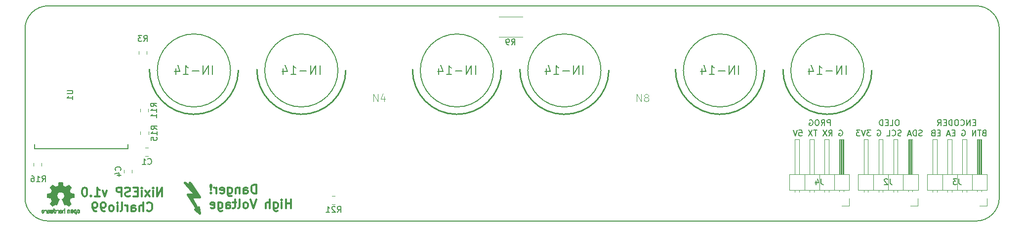
<source format=gbr>
%TF.GenerationSoftware,KiCad,Pcbnew,(5.0.1)-4*%
%TF.CreationDate,2019-04-12T07:50:59+02:00*%
%TF.ProjectId,nixie,6E697869652E6B696361645F70636200,rev?*%
%TF.SameCoordinates,Original*%
%TF.FileFunction,Legend,Bot*%
%TF.FilePolarity,Positive*%
%FSLAX46Y46*%
G04 Gerber Fmt 4.6, Leading zero omitted, Abs format (unit mm)*
G04 Created by KiCad (PCBNEW (5.0.1)-4) date 12/04/2019 7:50:59*
%MOMM*%
%LPD*%
G01*
G04 APERTURE LIST*
%ADD10C,0.300000*%
%ADD11C,0.200000*%
%ADD12C,0.381000*%
%ADD13C,0.152400*%
%ADD14C,0.127000*%
%ADD15C,0.254000*%
%ADD16C,0.120000*%
%ADD17C,0.010000*%
%ADD18C,0.150000*%
%ADD19C,0.088900*%
G04 APERTURE END LIST*
D10*
X106889857Y-115481571D02*
X106889857Y-113981571D01*
X106532714Y-113981571D01*
X106318428Y-114053000D01*
X106175571Y-114195857D01*
X106104142Y-114338714D01*
X106032714Y-114624428D01*
X106032714Y-114838714D01*
X106104142Y-115124428D01*
X106175571Y-115267285D01*
X106318428Y-115410142D01*
X106532714Y-115481571D01*
X106889857Y-115481571D01*
X104747000Y-115481571D02*
X104747000Y-114695857D01*
X104818428Y-114553000D01*
X104961285Y-114481571D01*
X105247000Y-114481571D01*
X105389857Y-114553000D01*
X104747000Y-115410142D02*
X104889857Y-115481571D01*
X105247000Y-115481571D01*
X105389857Y-115410142D01*
X105461285Y-115267285D01*
X105461285Y-115124428D01*
X105389857Y-114981571D01*
X105247000Y-114910142D01*
X104889857Y-114910142D01*
X104747000Y-114838714D01*
X104032714Y-114481571D02*
X104032714Y-115481571D01*
X104032714Y-114624428D02*
X103961285Y-114553000D01*
X103818428Y-114481571D01*
X103604142Y-114481571D01*
X103461285Y-114553000D01*
X103389857Y-114695857D01*
X103389857Y-115481571D01*
X102032714Y-114481571D02*
X102032714Y-115695857D01*
X102104142Y-115838714D01*
X102175571Y-115910142D01*
X102318428Y-115981571D01*
X102532714Y-115981571D01*
X102675571Y-115910142D01*
X102032714Y-115410142D02*
X102175571Y-115481571D01*
X102461285Y-115481571D01*
X102604142Y-115410142D01*
X102675571Y-115338714D01*
X102747000Y-115195857D01*
X102747000Y-114767285D01*
X102675571Y-114624428D01*
X102604142Y-114553000D01*
X102461285Y-114481571D01*
X102175571Y-114481571D01*
X102032714Y-114553000D01*
X100747000Y-115410142D02*
X100889857Y-115481571D01*
X101175571Y-115481571D01*
X101318428Y-115410142D01*
X101389857Y-115267285D01*
X101389857Y-114695857D01*
X101318428Y-114553000D01*
X101175571Y-114481571D01*
X100889857Y-114481571D01*
X100747000Y-114553000D01*
X100675571Y-114695857D01*
X100675571Y-114838714D01*
X101389857Y-114981571D01*
X100032714Y-115481571D02*
X100032714Y-114481571D01*
X100032714Y-114767285D02*
X99961285Y-114624428D01*
X99889857Y-114553000D01*
X99747000Y-114481571D01*
X99604142Y-114481571D01*
X99104142Y-115338714D02*
X99032714Y-115410142D01*
X99104142Y-115481571D01*
X99175571Y-115410142D01*
X99104142Y-115338714D01*
X99104142Y-115481571D01*
X99104142Y-114910142D02*
X99175571Y-114053000D01*
X99104142Y-113981571D01*
X99032714Y-114053000D01*
X99104142Y-114910142D01*
X99104142Y-113981571D01*
X112818428Y-118031571D02*
X112818428Y-116531571D01*
X112818428Y-117245857D02*
X111961285Y-117245857D01*
X111961285Y-118031571D02*
X111961285Y-116531571D01*
X111247000Y-118031571D02*
X111247000Y-117031571D01*
X111247000Y-116531571D02*
X111318428Y-116603000D01*
X111247000Y-116674428D01*
X111175571Y-116603000D01*
X111247000Y-116531571D01*
X111247000Y-116674428D01*
X109889857Y-117031571D02*
X109889857Y-118245857D01*
X109961285Y-118388714D01*
X110032714Y-118460142D01*
X110175571Y-118531571D01*
X110389857Y-118531571D01*
X110532714Y-118460142D01*
X109889857Y-117960142D02*
X110032714Y-118031571D01*
X110318428Y-118031571D01*
X110461285Y-117960142D01*
X110532714Y-117888714D01*
X110604142Y-117745857D01*
X110604142Y-117317285D01*
X110532714Y-117174428D01*
X110461285Y-117103000D01*
X110318428Y-117031571D01*
X110032714Y-117031571D01*
X109889857Y-117103000D01*
X109175571Y-118031571D02*
X109175571Y-116531571D01*
X108532714Y-118031571D02*
X108532714Y-117245857D01*
X108604142Y-117103000D01*
X108747000Y-117031571D01*
X108961285Y-117031571D01*
X109104142Y-117103000D01*
X109175571Y-117174428D01*
X106889857Y-116531571D02*
X106389857Y-118031571D01*
X105889857Y-116531571D01*
X105175571Y-118031571D02*
X105318428Y-117960142D01*
X105389857Y-117888714D01*
X105461285Y-117745857D01*
X105461285Y-117317285D01*
X105389857Y-117174428D01*
X105318428Y-117103000D01*
X105175571Y-117031571D01*
X104961285Y-117031571D01*
X104818428Y-117103000D01*
X104747000Y-117174428D01*
X104675571Y-117317285D01*
X104675571Y-117745857D01*
X104747000Y-117888714D01*
X104818428Y-117960142D01*
X104961285Y-118031571D01*
X105175571Y-118031571D01*
X103818428Y-118031571D02*
X103961285Y-117960142D01*
X104032714Y-117817285D01*
X104032714Y-116531571D01*
X103461285Y-117031571D02*
X102889857Y-117031571D01*
X103247000Y-116531571D02*
X103247000Y-117817285D01*
X103175571Y-117960142D01*
X103032714Y-118031571D01*
X102889857Y-118031571D01*
X101747000Y-118031571D02*
X101747000Y-117245857D01*
X101818428Y-117103000D01*
X101961285Y-117031571D01*
X102247000Y-117031571D01*
X102389857Y-117103000D01*
X101747000Y-117960142D02*
X101889857Y-118031571D01*
X102247000Y-118031571D01*
X102389857Y-117960142D01*
X102461285Y-117817285D01*
X102461285Y-117674428D01*
X102389857Y-117531571D01*
X102247000Y-117460142D01*
X101889857Y-117460142D01*
X101747000Y-117388714D01*
X100389857Y-117031571D02*
X100389857Y-118245857D01*
X100461285Y-118388714D01*
X100532714Y-118460142D01*
X100675571Y-118531571D01*
X100889857Y-118531571D01*
X101032714Y-118460142D01*
X100389857Y-117960142D02*
X100532714Y-118031571D01*
X100818428Y-118031571D01*
X100961285Y-117960142D01*
X101032714Y-117888714D01*
X101104142Y-117745857D01*
X101104142Y-117317285D01*
X101032714Y-117174428D01*
X100961285Y-117103000D01*
X100818428Y-117031571D01*
X100532714Y-117031571D01*
X100389857Y-117103000D01*
X99104142Y-117960142D02*
X99247000Y-118031571D01*
X99532714Y-118031571D01*
X99675571Y-117960142D01*
X99747000Y-117817285D01*
X99747000Y-117245857D01*
X99675571Y-117103000D01*
X99532714Y-117031571D01*
X99247000Y-117031571D01*
X99104142Y-117103000D01*
X99032714Y-117245857D01*
X99032714Y-117388714D01*
X99747000Y-117531571D01*
D11*
X206819047Y-104656000D02*
X206914285Y-104608380D01*
X207057142Y-104608380D01*
X207200000Y-104656000D01*
X207295238Y-104751238D01*
X207342857Y-104846476D01*
X207390476Y-105036952D01*
X207390476Y-105179809D01*
X207342857Y-105370285D01*
X207295238Y-105465523D01*
X207200000Y-105560761D01*
X207057142Y-105608380D01*
X206961904Y-105608380D01*
X206819047Y-105560761D01*
X206771428Y-105513142D01*
X206771428Y-105179809D01*
X206961904Y-105179809D01*
X205009523Y-105608380D02*
X205342857Y-105132190D01*
X205580952Y-105608380D02*
X205580952Y-104608380D01*
X205200000Y-104608380D01*
X205104761Y-104656000D01*
X205057142Y-104703619D01*
X205009523Y-104798857D01*
X205009523Y-104941714D01*
X205057142Y-105036952D01*
X205104761Y-105084571D01*
X205200000Y-105132190D01*
X205580952Y-105132190D01*
X204676190Y-104608380D02*
X204009523Y-105608380D01*
X204009523Y-104608380D02*
X204676190Y-105608380D01*
X203009523Y-104608380D02*
X202438095Y-104608380D01*
X202723809Y-105608380D02*
X202723809Y-104608380D01*
X202200000Y-104608380D02*
X201533333Y-105608380D01*
X201533333Y-104608380D02*
X202200000Y-105608380D01*
X199914285Y-104608380D02*
X200390476Y-104608380D01*
X200438095Y-105084571D01*
X200390476Y-105036952D01*
X200295238Y-104989333D01*
X200057142Y-104989333D01*
X199961904Y-105036952D01*
X199914285Y-105084571D01*
X199866666Y-105179809D01*
X199866666Y-105417904D01*
X199914285Y-105513142D01*
X199961904Y-105560761D01*
X200057142Y-105608380D01*
X200295238Y-105608380D01*
X200390476Y-105560761D01*
X200438095Y-105513142D01*
X199580952Y-104608380D02*
X199247619Y-105608380D01*
X198914285Y-104608380D01*
X221011047Y-105560761D02*
X220868190Y-105608380D01*
X220630095Y-105608380D01*
X220534857Y-105560761D01*
X220487238Y-105513142D01*
X220439619Y-105417904D01*
X220439619Y-105322666D01*
X220487238Y-105227428D01*
X220534857Y-105179809D01*
X220630095Y-105132190D01*
X220820571Y-105084571D01*
X220915809Y-105036952D01*
X220963428Y-104989333D01*
X221011047Y-104894095D01*
X221011047Y-104798857D01*
X220963428Y-104703619D01*
X220915809Y-104656000D01*
X220820571Y-104608380D01*
X220582476Y-104608380D01*
X220439619Y-104656000D01*
X220011047Y-105608380D02*
X220011047Y-104608380D01*
X219772952Y-104608380D01*
X219630095Y-104656000D01*
X219534857Y-104751238D01*
X219487238Y-104846476D01*
X219439619Y-105036952D01*
X219439619Y-105179809D01*
X219487238Y-105370285D01*
X219534857Y-105465523D01*
X219630095Y-105560761D01*
X219772952Y-105608380D01*
X220011047Y-105608380D01*
X219058666Y-105322666D02*
X218582476Y-105322666D01*
X219153904Y-105608380D02*
X218820571Y-104608380D01*
X218487238Y-105608380D01*
X217439619Y-105560761D02*
X217296761Y-105608380D01*
X217058666Y-105608380D01*
X216963428Y-105560761D01*
X216915809Y-105513142D01*
X216868190Y-105417904D01*
X216868190Y-105322666D01*
X216915809Y-105227428D01*
X216963428Y-105179809D01*
X217058666Y-105132190D01*
X217249142Y-105084571D01*
X217344380Y-105036952D01*
X217392000Y-104989333D01*
X217439619Y-104894095D01*
X217439619Y-104798857D01*
X217392000Y-104703619D01*
X217344380Y-104656000D01*
X217249142Y-104608380D01*
X217011047Y-104608380D01*
X216868190Y-104656000D01*
X215868190Y-105513142D02*
X215915809Y-105560761D01*
X216058666Y-105608380D01*
X216153904Y-105608380D01*
X216296761Y-105560761D01*
X216392000Y-105465523D01*
X216439619Y-105370285D01*
X216487238Y-105179809D01*
X216487238Y-105036952D01*
X216439619Y-104846476D01*
X216392000Y-104751238D01*
X216296761Y-104656000D01*
X216153904Y-104608380D01*
X216058666Y-104608380D01*
X215915809Y-104656000D01*
X215868190Y-104703619D01*
X214963428Y-105608380D02*
X215439619Y-105608380D01*
X215439619Y-104608380D01*
X213344380Y-104656000D02*
X213439619Y-104608380D01*
X213582476Y-104608380D01*
X213725333Y-104656000D01*
X213820571Y-104751238D01*
X213868190Y-104846476D01*
X213915809Y-105036952D01*
X213915809Y-105179809D01*
X213868190Y-105370285D01*
X213820571Y-105465523D01*
X213725333Y-105560761D01*
X213582476Y-105608380D01*
X213487238Y-105608380D01*
X213344380Y-105560761D01*
X213296761Y-105513142D01*
X213296761Y-105179809D01*
X213487238Y-105179809D01*
X212201523Y-104608380D02*
X211582476Y-104608380D01*
X211915809Y-104989333D01*
X211772952Y-104989333D01*
X211677714Y-105036952D01*
X211630095Y-105084571D01*
X211582476Y-105179809D01*
X211582476Y-105417904D01*
X211630095Y-105513142D01*
X211677714Y-105560761D01*
X211772952Y-105608380D01*
X212058666Y-105608380D01*
X212153904Y-105560761D01*
X212201523Y-105513142D01*
X211296761Y-104608380D02*
X210963428Y-105608380D01*
X210630095Y-104608380D01*
X210392000Y-104608380D02*
X209772952Y-104608380D01*
X210106285Y-104989333D01*
X209963428Y-104989333D01*
X209868190Y-105036952D01*
X209820571Y-105084571D01*
X209772952Y-105179809D01*
X209772952Y-105417904D01*
X209820571Y-105513142D01*
X209868190Y-105560761D01*
X209963428Y-105608380D01*
X210249142Y-105608380D01*
X210344380Y-105560761D01*
X210392000Y-105513142D01*
X231639523Y-105084571D02*
X231496666Y-105132190D01*
X231449047Y-105179809D01*
X231401428Y-105275047D01*
X231401428Y-105417904D01*
X231449047Y-105513142D01*
X231496666Y-105560761D01*
X231591904Y-105608380D01*
X231972857Y-105608380D01*
X231972857Y-104608380D01*
X231639523Y-104608380D01*
X231544285Y-104656000D01*
X231496666Y-104703619D01*
X231449047Y-104798857D01*
X231449047Y-104894095D01*
X231496666Y-104989333D01*
X231544285Y-105036952D01*
X231639523Y-105084571D01*
X231972857Y-105084571D01*
X231115714Y-104608380D02*
X230544285Y-104608380D01*
X230830000Y-105608380D02*
X230830000Y-104608380D01*
X230210952Y-105608380D02*
X230210952Y-104608380D01*
X229639523Y-105608380D01*
X229639523Y-104608380D01*
X227877619Y-104656000D02*
X227972857Y-104608380D01*
X228115714Y-104608380D01*
X228258571Y-104656000D01*
X228353809Y-104751238D01*
X228401428Y-104846476D01*
X228449047Y-105036952D01*
X228449047Y-105179809D01*
X228401428Y-105370285D01*
X228353809Y-105465523D01*
X228258571Y-105560761D01*
X228115714Y-105608380D01*
X228020476Y-105608380D01*
X227877619Y-105560761D01*
X227830000Y-105513142D01*
X227830000Y-105179809D01*
X228020476Y-105179809D01*
X226639523Y-105084571D02*
X226306190Y-105084571D01*
X226163333Y-105608380D02*
X226639523Y-105608380D01*
X226639523Y-104608380D01*
X226163333Y-104608380D01*
X225782380Y-105322666D02*
X225306190Y-105322666D01*
X225877619Y-105608380D02*
X225544285Y-104608380D01*
X225210952Y-105608380D01*
X224115714Y-105084571D02*
X223782380Y-105084571D01*
X223639523Y-105608380D02*
X224115714Y-105608380D01*
X224115714Y-104608380D01*
X223639523Y-104608380D01*
X222877619Y-105084571D02*
X222734761Y-105132190D01*
X222687142Y-105179809D01*
X222639523Y-105275047D01*
X222639523Y-105417904D01*
X222687142Y-105513142D01*
X222734761Y-105560761D01*
X222830000Y-105608380D01*
X223210952Y-105608380D01*
X223210952Y-104608380D01*
X222877619Y-104608380D01*
X222782380Y-104656000D01*
X222734761Y-104703619D01*
X222687142Y-104798857D01*
X222687142Y-104894095D01*
X222734761Y-104989333D01*
X222782380Y-105036952D01*
X222877619Y-105084571D01*
X223210952Y-105084571D01*
D10*
X90768428Y-115989571D02*
X90768428Y-114489571D01*
X89911285Y-115989571D01*
X89911285Y-114489571D01*
X89197000Y-115989571D02*
X89197000Y-114989571D01*
X89197000Y-114489571D02*
X89268428Y-114561000D01*
X89197000Y-114632428D01*
X89125571Y-114561000D01*
X89197000Y-114489571D01*
X89197000Y-114632428D01*
X88625571Y-115989571D02*
X87839857Y-114989571D01*
X88625571Y-114989571D02*
X87839857Y-115989571D01*
X87268428Y-115989571D02*
X87268428Y-114989571D01*
X87268428Y-114489571D02*
X87339857Y-114561000D01*
X87268428Y-114632428D01*
X87197000Y-114561000D01*
X87268428Y-114489571D01*
X87268428Y-114632428D01*
X86554142Y-115203857D02*
X86054142Y-115203857D01*
X85839857Y-115989571D02*
X86554142Y-115989571D01*
X86554142Y-114489571D01*
X85839857Y-114489571D01*
X85268428Y-115918142D02*
X85054142Y-115989571D01*
X84697000Y-115989571D01*
X84554142Y-115918142D01*
X84482714Y-115846714D01*
X84411285Y-115703857D01*
X84411285Y-115561000D01*
X84482714Y-115418142D01*
X84554142Y-115346714D01*
X84697000Y-115275285D01*
X84982714Y-115203857D01*
X85125571Y-115132428D01*
X85197000Y-115061000D01*
X85268428Y-114918142D01*
X85268428Y-114775285D01*
X85197000Y-114632428D01*
X85125571Y-114561000D01*
X84982714Y-114489571D01*
X84625571Y-114489571D01*
X84411285Y-114561000D01*
X83768428Y-115989571D02*
X83768428Y-114489571D01*
X83197000Y-114489571D01*
X83054142Y-114561000D01*
X82982714Y-114632428D01*
X82911285Y-114775285D01*
X82911285Y-114989571D01*
X82982714Y-115132428D01*
X83054142Y-115203857D01*
X83197000Y-115275285D01*
X83768428Y-115275285D01*
X81268428Y-114989571D02*
X80911285Y-115989571D01*
X80554142Y-114989571D01*
X79197000Y-115989571D02*
X80054142Y-115989571D01*
X79625571Y-115989571D02*
X79625571Y-114489571D01*
X79768428Y-114703857D01*
X79911285Y-114846714D01*
X80054142Y-114918142D01*
X78554142Y-115846714D02*
X78482714Y-115918142D01*
X78554142Y-115989571D01*
X78625571Y-115918142D01*
X78554142Y-115846714D01*
X78554142Y-115989571D01*
X77554142Y-114489571D02*
X77411285Y-114489571D01*
X77268428Y-114561000D01*
X77197000Y-114632428D01*
X77125571Y-114775285D01*
X77054142Y-115061000D01*
X77054142Y-115418142D01*
X77125571Y-115703857D01*
X77197000Y-115846714D01*
X77268428Y-115918142D01*
X77411285Y-115989571D01*
X77554142Y-115989571D01*
X77697000Y-115918142D01*
X77768428Y-115846714D01*
X77839857Y-115703857D01*
X77911285Y-115418142D01*
X77911285Y-115061000D01*
X77839857Y-114775285D01*
X77768428Y-114632428D01*
X77697000Y-114561000D01*
X77554142Y-114489571D01*
X88161285Y-118396714D02*
X88232714Y-118468142D01*
X88447000Y-118539571D01*
X88589857Y-118539571D01*
X88804142Y-118468142D01*
X88947000Y-118325285D01*
X89018428Y-118182428D01*
X89089857Y-117896714D01*
X89089857Y-117682428D01*
X89018428Y-117396714D01*
X88947000Y-117253857D01*
X88804142Y-117111000D01*
X88589857Y-117039571D01*
X88447000Y-117039571D01*
X88232714Y-117111000D01*
X88161285Y-117182428D01*
X87518428Y-118539571D02*
X87518428Y-117039571D01*
X86875571Y-118539571D02*
X86875571Y-117753857D01*
X86947000Y-117611000D01*
X87089857Y-117539571D01*
X87304142Y-117539571D01*
X87447000Y-117611000D01*
X87518428Y-117682428D01*
X85518428Y-118539571D02*
X85518428Y-117753857D01*
X85589857Y-117611000D01*
X85732714Y-117539571D01*
X86018428Y-117539571D01*
X86161285Y-117611000D01*
X85518428Y-118468142D02*
X85661285Y-118539571D01*
X86018428Y-118539571D01*
X86161285Y-118468142D01*
X86232714Y-118325285D01*
X86232714Y-118182428D01*
X86161285Y-118039571D01*
X86018428Y-117968142D01*
X85661285Y-117968142D01*
X85518428Y-117896714D01*
X84804142Y-118539571D02*
X84804142Y-117539571D01*
X84804142Y-117825285D02*
X84732714Y-117682428D01*
X84661285Y-117611000D01*
X84518428Y-117539571D01*
X84375571Y-117539571D01*
X83661285Y-118539571D02*
X83804142Y-118468142D01*
X83875571Y-118325285D01*
X83875571Y-117039571D01*
X83089857Y-118539571D02*
X83089857Y-117539571D01*
X83089857Y-117039571D02*
X83161285Y-117111000D01*
X83089857Y-117182428D01*
X83018428Y-117111000D01*
X83089857Y-117039571D01*
X83089857Y-117182428D01*
X82161285Y-118539571D02*
X82304142Y-118468142D01*
X82375571Y-118396714D01*
X82447000Y-118253857D01*
X82447000Y-117825285D01*
X82375571Y-117682428D01*
X82304142Y-117611000D01*
X82161285Y-117539571D01*
X81947000Y-117539571D01*
X81804142Y-117611000D01*
X81732714Y-117682428D01*
X81661285Y-117825285D01*
X81661285Y-118253857D01*
X81732714Y-118396714D01*
X81804142Y-118468142D01*
X81947000Y-118539571D01*
X82161285Y-118539571D01*
X80947000Y-118539571D02*
X80661285Y-118539571D01*
X80518428Y-118468142D01*
X80447000Y-118396714D01*
X80304142Y-118182428D01*
X80232714Y-117896714D01*
X80232714Y-117325285D01*
X80304142Y-117182428D01*
X80375571Y-117111000D01*
X80518428Y-117039571D01*
X80804142Y-117039571D01*
X80947000Y-117111000D01*
X81018428Y-117182428D01*
X81089857Y-117325285D01*
X81089857Y-117682428D01*
X81018428Y-117825285D01*
X80947000Y-117896714D01*
X80804142Y-117968142D01*
X80518428Y-117968142D01*
X80375571Y-117896714D01*
X80304142Y-117825285D01*
X80232714Y-117682428D01*
X79518428Y-118539571D02*
X79232714Y-118539571D01*
X79089857Y-118468142D01*
X79018428Y-118396714D01*
X78875571Y-118182428D01*
X78804142Y-117896714D01*
X78804142Y-117325285D01*
X78875571Y-117182428D01*
X78947000Y-117111000D01*
X79089857Y-117039571D01*
X79375571Y-117039571D01*
X79518428Y-117111000D01*
X79589857Y-117182428D01*
X79661285Y-117325285D01*
X79661285Y-117682428D01*
X79589857Y-117825285D01*
X79518428Y-117896714D01*
X79375571Y-117968142D01*
X79089857Y-117968142D01*
X78947000Y-117896714D01*
X78875571Y-117825285D01*
X78804142Y-117682428D01*
D11*
X71251000Y-120249000D02*
G75*
G02X67251000Y-116249000I0J4000000D01*
G01*
X71251000Y-120249000D02*
X230251000Y-120249000D01*
X234251000Y-87249000D02*
X234251000Y-116249000D01*
X67251000Y-87249000D02*
G75*
G02X71251000Y-83249000I4000000J0D01*
G01*
X234251000Y-116249000D02*
G75*
G02X230251000Y-120249000I-4000000J0D01*
G01*
X67251000Y-87249000D02*
X67251000Y-116249000D01*
X71251000Y-83249000D02*
X230251000Y-83249000D01*
X230251000Y-83249000D02*
G75*
G02X234251000Y-87249000I0J-4000000D01*
G01*
D12*
X96901000Y-118364000D02*
X97028000Y-117856000D01*
X95758000Y-116078000D02*
X96901000Y-118364000D01*
X97155000Y-116078000D02*
X95758000Y-116078000D01*
X95631000Y-113792000D02*
X97155000Y-116078000D01*
X95377000Y-114173000D02*
X95504000Y-113665000D01*
X94615000Y-113665000D02*
X95377000Y-114173000D01*
X96393000Y-115697000D02*
X94615000Y-113665000D01*
X95123000Y-115697000D02*
X96393000Y-115697000D01*
X96901000Y-118491000D02*
X95123000Y-115697000D01*
X96393000Y-118237000D02*
X96901000Y-118491000D01*
X97155000Y-118872000D02*
X96393000Y-118237000D01*
X97028000Y-117856000D02*
X97155000Y-118872000D01*
X96774000Y-115951000D02*
X95504000Y-115951000D01*
X95377000Y-114046000D02*
X96774000Y-115951000D01*
D13*
X84899500Y-107061000D02*
X84899500Y-107823000D01*
X84899500Y-107823000D02*
X68897500Y-107823000D01*
X68897500Y-107823000D02*
X68897500Y-107061000D01*
D14*
X102474311Y-94361000D02*
G75*
G03X102474311Y-94361000I-6271811J0D01*
G01*
D15*
X103822351Y-94374299D02*
G75*
G02X88582500Y-94203520I-7619851J92039D01*
G01*
D14*
X120889311Y-94361000D02*
G75*
G03X120889311Y-94361000I-6271811J0D01*
G01*
D15*
X122237351Y-94374299D02*
G75*
G02X106997500Y-94203520I-7619851J92039D01*
G01*
D14*
X147559311Y-94361000D02*
G75*
G03X147559311Y-94361000I-6271811J0D01*
G01*
D15*
X148907351Y-94374299D02*
G75*
G02X133667500Y-94203520I-7619851J92039D01*
G01*
D14*
X165974311Y-94361000D02*
G75*
G03X165974311Y-94361000I-6271811J0D01*
G01*
D15*
X167322351Y-94374299D02*
G75*
G02X152082500Y-94203520I-7619851J92039D01*
G01*
D14*
X192644311Y-94361000D02*
G75*
G03X192644311Y-94361000I-6271811J0D01*
G01*
D15*
X193992351Y-94374299D02*
G75*
G02X178752500Y-94203520I-7619851J92039D01*
G01*
D14*
X211059311Y-94361000D02*
G75*
G03X211059311Y-94361000I-6271811J0D01*
G01*
D15*
X212407351Y-94374299D02*
G75*
G02X197167500Y-94203520I-7619851J92039D01*
G01*
D16*
X87894422Y-109104500D02*
X88411578Y-109104500D01*
X87894422Y-107684500D02*
X88411578Y-107684500D01*
X84189500Y-111452922D02*
X84189500Y-111970078D01*
X85609500Y-111452922D02*
X85609500Y-111970078D01*
X88149500Y-91039422D02*
X88149500Y-91556578D01*
X86729500Y-91039422D02*
X86729500Y-91556578D01*
X148442936Y-85158000D02*
X152547064Y-85158000D01*
X148442936Y-88578000D02*
X152547064Y-88578000D01*
X86983500Y-101462578D02*
X86983500Y-100945422D01*
X88403500Y-101462578D02*
X88403500Y-100945422D01*
X88467000Y-105399578D02*
X88467000Y-104882422D01*
X87047000Y-105399578D02*
X87047000Y-104882422D01*
X68695500Y-110246422D02*
X68695500Y-110763578D01*
X70115500Y-110246422D02*
X70115500Y-110763578D01*
X119883422Y-117359500D02*
X120400578Y-117359500D01*
X119883422Y-115939500D02*
X120400578Y-115939500D01*
X220341500Y-114892000D02*
X210061500Y-114892000D01*
X210061500Y-114892000D02*
X210061500Y-112232000D01*
X210061500Y-112232000D02*
X220341500Y-112232000D01*
X220341500Y-112232000D02*
X220341500Y-114892000D01*
X219391500Y-112232000D02*
X219391500Y-106232000D01*
X219391500Y-106232000D02*
X218631500Y-106232000D01*
X218631500Y-106232000D02*
X218631500Y-112232000D01*
X219331500Y-112232000D02*
X219331500Y-106232000D01*
X219211500Y-112232000D02*
X219211500Y-106232000D01*
X219091500Y-112232000D02*
X219091500Y-106232000D01*
X218971500Y-112232000D02*
X218971500Y-106232000D01*
X218851500Y-112232000D02*
X218851500Y-106232000D01*
X218731500Y-112232000D02*
X218731500Y-106232000D01*
X219391500Y-115222000D02*
X219391500Y-114892000D01*
X218631500Y-115222000D02*
X218631500Y-114892000D01*
X217741500Y-114892000D02*
X217741500Y-112232000D01*
X216851500Y-112232000D02*
X216851500Y-106232000D01*
X216851500Y-106232000D02*
X216091500Y-106232000D01*
X216091500Y-106232000D02*
X216091500Y-112232000D01*
X216851500Y-115289071D02*
X216851500Y-114892000D01*
X216091500Y-115289071D02*
X216091500Y-114892000D01*
X215201500Y-114892000D02*
X215201500Y-112232000D01*
X214311500Y-112232000D02*
X214311500Y-106232000D01*
X214311500Y-106232000D02*
X213551500Y-106232000D01*
X213551500Y-106232000D02*
X213551500Y-112232000D01*
X214311500Y-115289071D02*
X214311500Y-114892000D01*
X213551500Y-115289071D02*
X213551500Y-114892000D01*
X212661500Y-114892000D02*
X212661500Y-112232000D01*
X211771500Y-112232000D02*
X211771500Y-106232000D01*
X211771500Y-106232000D02*
X211011500Y-106232000D01*
X211011500Y-106232000D02*
X211011500Y-112232000D01*
X211771500Y-115289071D02*
X211771500Y-114892000D01*
X211011500Y-115289071D02*
X211011500Y-114892000D01*
X219011500Y-117602000D02*
X220281500Y-117602000D01*
X220281500Y-117602000D02*
X220281500Y-116332000D01*
X232092500Y-117602000D02*
X232092500Y-116332000D01*
X230822500Y-117602000D02*
X232092500Y-117602000D01*
X222822500Y-115289071D02*
X222822500Y-114892000D01*
X223582500Y-115289071D02*
X223582500Y-114892000D01*
X222822500Y-106232000D02*
X222822500Y-112232000D01*
X223582500Y-106232000D02*
X222822500Y-106232000D01*
X223582500Y-112232000D02*
X223582500Y-106232000D01*
X224472500Y-114892000D02*
X224472500Y-112232000D01*
X225362500Y-115289071D02*
X225362500Y-114892000D01*
X226122500Y-115289071D02*
X226122500Y-114892000D01*
X225362500Y-106232000D02*
X225362500Y-112232000D01*
X226122500Y-106232000D02*
X225362500Y-106232000D01*
X226122500Y-112232000D02*
X226122500Y-106232000D01*
X227012500Y-114892000D02*
X227012500Y-112232000D01*
X227902500Y-115289071D02*
X227902500Y-114892000D01*
X228662500Y-115289071D02*
X228662500Y-114892000D01*
X227902500Y-106232000D02*
X227902500Y-112232000D01*
X228662500Y-106232000D02*
X227902500Y-106232000D01*
X228662500Y-112232000D02*
X228662500Y-106232000D01*
X229552500Y-114892000D02*
X229552500Y-112232000D01*
X230442500Y-115222000D02*
X230442500Y-114892000D01*
X231202500Y-115222000D02*
X231202500Y-114892000D01*
X230542500Y-112232000D02*
X230542500Y-106232000D01*
X230662500Y-112232000D02*
X230662500Y-106232000D01*
X230782500Y-112232000D02*
X230782500Y-106232000D01*
X230902500Y-112232000D02*
X230902500Y-106232000D01*
X231022500Y-112232000D02*
X231022500Y-106232000D01*
X231142500Y-112232000D02*
X231142500Y-106232000D01*
X230442500Y-106232000D02*
X230442500Y-112232000D01*
X231202500Y-106232000D02*
X230442500Y-106232000D01*
X231202500Y-112232000D02*
X231202500Y-106232000D01*
X232152500Y-112232000D02*
X232152500Y-114892000D01*
X221872500Y-112232000D02*
X232152500Y-112232000D01*
X221872500Y-114892000D02*
X221872500Y-112232000D01*
X232152500Y-114892000D02*
X221872500Y-114892000D01*
X208530500Y-114892000D02*
X198250500Y-114892000D01*
X198250500Y-114892000D02*
X198250500Y-112232000D01*
X198250500Y-112232000D02*
X208530500Y-112232000D01*
X208530500Y-112232000D02*
X208530500Y-114892000D01*
X207580500Y-112232000D02*
X207580500Y-106232000D01*
X207580500Y-106232000D02*
X206820500Y-106232000D01*
X206820500Y-106232000D02*
X206820500Y-112232000D01*
X207520500Y-112232000D02*
X207520500Y-106232000D01*
X207400500Y-112232000D02*
X207400500Y-106232000D01*
X207280500Y-112232000D02*
X207280500Y-106232000D01*
X207160500Y-112232000D02*
X207160500Y-106232000D01*
X207040500Y-112232000D02*
X207040500Y-106232000D01*
X206920500Y-112232000D02*
X206920500Y-106232000D01*
X207580500Y-115222000D02*
X207580500Y-114892000D01*
X206820500Y-115222000D02*
X206820500Y-114892000D01*
X205930500Y-114892000D02*
X205930500Y-112232000D01*
X205040500Y-112232000D02*
X205040500Y-106232000D01*
X205040500Y-106232000D02*
X204280500Y-106232000D01*
X204280500Y-106232000D02*
X204280500Y-112232000D01*
X205040500Y-115289071D02*
X205040500Y-114892000D01*
X204280500Y-115289071D02*
X204280500Y-114892000D01*
X203390500Y-114892000D02*
X203390500Y-112232000D01*
X202500500Y-112232000D02*
X202500500Y-106232000D01*
X202500500Y-106232000D02*
X201740500Y-106232000D01*
X201740500Y-106232000D02*
X201740500Y-112232000D01*
X202500500Y-115289071D02*
X202500500Y-114892000D01*
X201740500Y-115289071D02*
X201740500Y-114892000D01*
X200850500Y-114892000D02*
X200850500Y-112232000D01*
X199960500Y-112232000D02*
X199960500Y-106232000D01*
X199960500Y-106232000D02*
X199200500Y-106232000D01*
X199200500Y-106232000D02*
X199200500Y-112232000D01*
X199960500Y-115289071D02*
X199960500Y-114892000D01*
X199200500Y-115289071D02*
X199200500Y-114892000D01*
X207200500Y-117602000D02*
X208470500Y-117602000D01*
X208470500Y-117602000D02*
X208470500Y-116332000D01*
D17*
G36*
X73238590Y-113574348D02*
X73160046Y-113574778D01*
X73103202Y-113575942D01*
X73064395Y-113578207D01*
X73039962Y-113581940D01*
X73026238Y-113587506D01*
X73019560Y-113595273D01*
X73016264Y-113605605D01*
X73015944Y-113606943D01*
X73010938Y-113631079D01*
X73001671Y-113678701D01*
X72989108Y-113744741D01*
X72974213Y-113824128D01*
X72957949Y-113911796D01*
X72957381Y-113914875D01*
X72941090Y-114000789D01*
X72925848Y-114076696D01*
X72912639Y-114138045D01*
X72902446Y-114180282D01*
X72896252Y-114198855D01*
X72895957Y-114199184D01*
X72877712Y-114208253D01*
X72840095Y-114223367D01*
X72791229Y-114241262D01*
X72790957Y-114241358D01*
X72729407Y-114264493D01*
X72656843Y-114293965D01*
X72588443Y-114323597D01*
X72585206Y-114325062D01*
X72473798Y-114375626D01*
X72227101Y-114207160D01*
X72151423Y-114155803D01*
X72082869Y-114109889D01*
X72025412Y-114072030D01*
X71983024Y-114044837D01*
X71959675Y-114030921D01*
X71957458Y-114029889D01*
X71940490Y-114034484D01*
X71908799Y-114056655D01*
X71861148Y-114097447D01*
X71796302Y-114157905D01*
X71730103Y-114222227D01*
X71666286Y-114285612D01*
X71609171Y-114343451D01*
X71562195Y-114392175D01*
X71528797Y-114428210D01*
X71512415Y-114447984D01*
X71511806Y-114449002D01*
X71509995Y-114462572D01*
X71516817Y-114484733D01*
X71533960Y-114518478D01*
X71563107Y-114566800D01*
X71605945Y-114632692D01*
X71663052Y-114717517D01*
X71713734Y-114792177D01*
X71759039Y-114859140D01*
X71796350Y-114914516D01*
X71823048Y-114954420D01*
X71836515Y-114974962D01*
X71837363Y-114976356D01*
X71835719Y-114996038D01*
X71823255Y-115034293D01*
X71802452Y-115083889D01*
X71795038Y-115099728D01*
X71762686Y-115170290D01*
X71728172Y-115250353D01*
X71700135Y-115319629D01*
X71679932Y-115371045D01*
X71663885Y-115410119D01*
X71654612Y-115430541D01*
X71653459Y-115432114D01*
X71636404Y-115434721D01*
X71596202Y-115441863D01*
X71538198Y-115452523D01*
X71467737Y-115465685D01*
X71390165Y-115480333D01*
X71310828Y-115495449D01*
X71235069Y-115510018D01*
X71168236Y-115523022D01*
X71115672Y-115533445D01*
X71082724Y-115540270D01*
X71074643Y-115542199D01*
X71066295Y-115546962D01*
X71059994Y-115557718D01*
X71055455Y-115578098D01*
X71052396Y-115611734D01*
X71050533Y-115662255D01*
X71049582Y-115733292D01*
X71049260Y-115828476D01*
X71049243Y-115867492D01*
X71049243Y-116184799D01*
X71125443Y-116199839D01*
X71167837Y-116207995D01*
X71231100Y-116219899D01*
X71307538Y-116234116D01*
X71389457Y-116249210D01*
X71412100Y-116253355D01*
X71487694Y-116268053D01*
X71553547Y-116282505D01*
X71604134Y-116295375D01*
X71633926Y-116305322D01*
X71638888Y-116308287D01*
X71651074Y-116329283D01*
X71668547Y-116369967D01*
X71687923Y-116422322D01*
X71691766Y-116433600D01*
X71717161Y-116503523D01*
X71748683Y-116582418D01*
X71779531Y-116653266D01*
X71779683Y-116653595D01*
X71831053Y-116764733D01*
X71662101Y-117013253D01*
X71493148Y-117261772D01*
X71710071Y-117479058D01*
X71775681Y-117543726D01*
X71835521Y-117600733D01*
X71886233Y-117647033D01*
X71924454Y-117679584D01*
X71946825Y-117695343D01*
X71950034Y-117696343D01*
X71968874Y-117688469D01*
X72007320Y-117666578D01*
X72061170Y-117633267D01*
X72126224Y-117591131D01*
X72196560Y-117543943D01*
X72267945Y-117495810D01*
X72331592Y-117453928D01*
X72383459Y-117420871D01*
X72419505Y-117399218D01*
X72435633Y-117391543D01*
X72455311Y-117398037D01*
X72492625Y-117415150D01*
X72539879Y-117439326D01*
X72544888Y-117442013D01*
X72608523Y-117473927D01*
X72652159Y-117489579D01*
X72679298Y-117489745D01*
X72693443Y-117475204D01*
X72693525Y-117475000D01*
X72700595Y-117457779D01*
X72717458Y-117416899D01*
X72742805Y-117355525D01*
X72775329Y-117276819D01*
X72813722Y-117183947D01*
X72856678Y-117080072D01*
X72898278Y-116979502D01*
X72943996Y-116868516D01*
X72985974Y-116765703D01*
X73022952Y-116674215D01*
X73053673Y-116597201D01*
X73076878Y-116537815D01*
X73091310Y-116499209D01*
X73095757Y-116484800D01*
X73084604Y-116468272D01*
X73055431Y-116441930D01*
X73016529Y-116412887D01*
X72905743Y-116321039D01*
X72819149Y-116215759D01*
X72757784Y-116099266D01*
X72722685Y-115973776D01*
X72714892Y-115841507D01*
X72720557Y-115780457D01*
X72751422Y-115653795D01*
X72804580Y-115541941D01*
X72876733Y-115446001D01*
X72964583Y-115367076D01*
X73064835Y-115306270D01*
X73174190Y-115264687D01*
X73289353Y-115243428D01*
X73407025Y-115243599D01*
X73523910Y-115266301D01*
X73636711Y-115312638D01*
X73742131Y-115383713D01*
X73786132Y-115423911D01*
X73870521Y-115527129D01*
X73929278Y-115639925D01*
X73962796Y-115759010D01*
X73971465Y-115881095D01*
X73955677Y-116002893D01*
X73915822Y-116121116D01*
X73852293Y-116232475D01*
X73765479Y-116333684D01*
X73668471Y-116412887D01*
X73628063Y-116443162D01*
X73599518Y-116469219D01*
X73589243Y-116484825D01*
X73594623Y-116501843D01*
X73609925Y-116542500D01*
X73633888Y-116603642D01*
X73665256Y-116682119D01*
X73702768Y-116774780D01*
X73745167Y-116878472D01*
X73786837Y-116979526D01*
X73832810Y-117090607D01*
X73875393Y-117193541D01*
X73913279Y-117285165D01*
X73945160Y-117362316D01*
X73969729Y-117421831D01*
X73985680Y-117460544D01*
X73991590Y-117475000D01*
X74005552Y-117489685D01*
X74032560Y-117489642D01*
X74076087Y-117474099D01*
X74139610Y-117442284D01*
X74140112Y-117442013D01*
X74187940Y-117417323D01*
X74226603Y-117399338D01*
X74248405Y-117391614D01*
X74249367Y-117391543D01*
X74265779Y-117399378D01*
X74302013Y-117421165D01*
X74354026Y-117454328D01*
X74417775Y-117496291D01*
X74488440Y-117543943D01*
X74560384Y-117592191D01*
X74625226Y-117634151D01*
X74678765Y-117667227D01*
X74716803Y-117688821D01*
X74734967Y-117696343D01*
X74751692Y-117686457D01*
X74785320Y-117658826D01*
X74832490Y-117616495D01*
X74889842Y-117562505D01*
X74954016Y-117499899D01*
X74975003Y-117478983D01*
X75192001Y-117261623D01*
X75026832Y-117019220D01*
X74976636Y-116944781D01*
X74932581Y-116877972D01*
X74897138Y-116822665D01*
X74872781Y-116782729D01*
X74861978Y-116762036D01*
X74861662Y-116760563D01*
X74867357Y-116741058D01*
X74882674Y-116701822D01*
X74904963Y-116649430D01*
X74920607Y-116614355D01*
X74949859Y-116547201D01*
X74977406Y-116479358D01*
X74998763Y-116422034D01*
X75004565Y-116404572D01*
X75021048Y-116357938D01*
X75037160Y-116321905D01*
X75046010Y-116308287D01*
X75065540Y-116299952D01*
X75108166Y-116288137D01*
X75168355Y-116274181D01*
X75240578Y-116259422D01*
X75272900Y-116253355D01*
X75354978Y-116238273D01*
X75433705Y-116223669D01*
X75501391Y-116210980D01*
X75550340Y-116201642D01*
X75559557Y-116199839D01*
X75635757Y-116184799D01*
X75635757Y-115867492D01*
X75635586Y-115763154D01*
X75634884Y-115684213D01*
X75633366Y-115627038D01*
X75630751Y-115587999D01*
X75626754Y-115563465D01*
X75621091Y-115549805D01*
X75613480Y-115543389D01*
X75610357Y-115542199D01*
X75591522Y-115537980D01*
X75549912Y-115529562D01*
X75490870Y-115517961D01*
X75419743Y-115504195D01*
X75341875Y-115489280D01*
X75262613Y-115474232D01*
X75187302Y-115460069D01*
X75121287Y-115447806D01*
X75069913Y-115438461D01*
X75038525Y-115433050D01*
X75031541Y-115432114D01*
X75025215Y-115419596D01*
X75011210Y-115386246D01*
X74992145Y-115338377D01*
X74984866Y-115319629D01*
X74955504Y-115247195D01*
X74920929Y-115167170D01*
X74889963Y-115099728D01*
X74867177Y-115048159D01*
X74852018Y-115005785D01*
X74846958Y-114979834D01*
X74847764Y-114976356D01*
X74858459Y-114959936D01*
X74882880Y-114923417D01*
X74918405Y-114870687D01*
X74962413Y-114805635D01*
X75012283Y-114732151D01*
X75022144Y-114717645D01*
X75080008Y-114631704D01*
X75122544Y-114566261D01*
X75151446Y-114518304D01*
X75168410Y-114484820D01*
X75175133Y-114462795D01*
X75173310Y-114449217D01*
X75173264Y-114449131D01*
X75158914Y-114431297D01*
X75127177Y-114396817D01*
X75081490Y-114349268D01*
X75025296Y-114292222D01*
X74962032Y-114229255D01*
X74954898Y-114222227D01*
X74875170Y-114145020D01*
X74813643Y-114088330D01*
X74769079Y-114051110D01*
X74740243Y-114032315D01*
X74727542Y-114029889D01*
X74709006Y-114040471D01*
X74670539Y-114064916D01*
X74616114Y-114100612D01*
X74549702Y-114144947D01*
X74475275Y-114195311D01*
X74457899Y-114207160D01*
X74211203Y-114375626D01*
X74099794Y-114325062D01*
X74032043Y-114295595D01*
X73959317Y-114265959D01*
X73896797Y-114242330D01*
X73894043Y-114241358D01*
X73845140Y-114223457D01*
X73807443Y-114208320D01*
X73789075Y-114199210D01*
X73789044Y-114199184D01*
X73783215Y-114182717D01*
X73773308Y-114142219D01*
X73760305Y-114082242D01*
X73745191Y-114007340D01*
X73728948Y-113922064D01*
X73727619Y-113914875D01*
X73711325Y-113827014D01*
X73696367Y-113747260D01*
X73683709Y-113680681D01*
X73674314Y-113632347D01*
X73669146Y-113607325D01*
X73669056Y-113606943D01*
X73665911Y-113596299D01*
X73659796Y-113588262D01*
X73647047Y-113582467D01*
X73624000Y-113578547D01*
X73586991Y-113576135D01*
X73532356Y-113574865D01*
X73456433Y-113574371D01*
X73355556Y-113574286D01*
X73342500Y-113574286D01*
X73238590Y-113574348D01*
X73238590Y-113574348D01*
G37*
X73238590Y-113574348D02*
X73160046Y-113574778D01*
X73103202Y-113575942D01*
X73064395Y-113578207D01*
X73039962Y-113581940D01*
X73026238Y-113587506D01*
X73019560Y-113595273D01*
X73016264Y-113605605D01*
X73015944Y-113606943D01*
X73010938Y-113631079D01*
X73001671Y-113678701D01*
X72989108Y-113744741D01*
X72974213Y-113824128D01*
X72957949Y-113911796D01*
X72957381Y-113914875D01*
X72941090Y-114000789D01*
X72925848Y-114076696D01*
X72912639Y-114138045D01*
X72902446Y-114180282D01*
X72896252Y-114198855D01*
X72895957Y-114199184D01*
X72877712Y-114208253D01*
X72840095Y-114223367D01*
X72791229Y-114241262D01*
X72790957Y-114241358D01*
X72729407Y-114264493D01*
X72656843Y-114293965D01*
X72588443Y-114323597D01*
X72585206Y-114325062D01*
X72473798Y-114375626D01*
X72227101Y-114207160D01*
X72151423Y-114155803D01*
X72082869Y-114109889D01*
X72025412Y-114072030D01*
X71983024Y-114044837D01*
X71959675Y-114030921D01*
X71957458Y-114029889D01*
X71940490Y-114034484D01*
X71908799Y-114056655D01*
X71861148Y-114097447D01*
X71796302Y-114157905D01*
X71730103Y-114222227D01*
X71666286Y-114285612D01*
X71609171Y-114343451D01*
X71562195Y-114392175D01*
X71528797Y-114428210D01*
X71512415Y-114447984D01*
X71511806Y-114449002D01*
X71509995Y-114462572D01*
X71516817Y-114484733D01*
X71533960Y-114518478D01*
X71563107Y-114566800D01*
X71605945Y-114632692D01*
X71663052Y-114717517D01*
X71713734Y-114792177D01*
X71759039Y-114859140D01*
X71796350Y-114914516D01*
X71823048Y-114954420D01*
X71836515Y-114974962D01*
X71837363Y-114976356D01*
X71835719Y-114996038D01*
X71823255Y-115034293D01*
X71802452Y-115083889D01*
X71795038Y-115099728D01*
X71762686Y-115170290D01*
X71728172Y-115250353D01*
X71700135Y-115319629D01*
X71679932Y-115371045D01*
X71663885Y-115410119D01*
X71654612Y-115430541D01*
X71653459Y-115432114D01*
X71636404Y-115434721D01*
X71596202Y-115441863D01*
X71538198Y-115452523D01*
X71467737Y-115465685D01*
X71390165Y-115480333D01*
X71310828Y-115495449D01*
X71235069Y-115510018D01*
X71168236Y-115523022D01*
X71115672Y-115533445D01*
X71082724Y-115540270D01*
X71074643Y-115542199D01*
X71066295Y-115546962D01*
X71059994Y-115557718D01*
X71055455Y-115578098D01*
X71052396Y-115611734D01*
X71050533Y-115662255D01*
X71049582Y-115733292D01*
X71049260Y-115828476D01*
X71049243Y-115867492D01*
X71049243Y-116184799D01*
X71125443Y-116199839D01*
X71167837Y-116207995D01*
X71231100Y-116219899D01*
X71307538Y-116234116D01*
X71389457Y-116249210D01*
X71412100Y-116253355D01*
X71487694Y-116268053D01*
X71553547Y-116282505D01*
X71604134Y-116295375D01*
X71633926Y-116305322D01*
X71638888Y-116308287D01*
X71651074Y-116329283D01*
X71668547Y-116369967D01*
X71687923Y-116422322D01*
X71691766Y-116433600D01*
X71717161Y-116503523D01*
X71748683Y-116582418D01*
X71779531Y-116653266D01*
X71779683Y-116653595D01*
X71831053Y-116764733D01*
X71662101Y-117013253D01*
X71493148Y-117261772D01*
X71710071Y-117479058D01*
X71775681Y-117543726D01*
X71835521Y-117600733D01*
X71886233Y-117647033D01*
X71924454Y-117679584D01*
X71946825Y-117695343D01*
X71950034Y-117696343D01*
X71968874Y-117688469D01*
X72007320Y-117666578D01*
X72061170Y-117633267D01*
X72126224Y-117591131D01*
X72196560Y-117543943D01*
X72267945Y-117495810D01*
X72331592Y-117453928D01*
X72383459Y-117420871D01*
X72419505Y-117399218D01*
X72435633Y-117391543D01*
X72455311Y-117398037D01*
X72492625Y-117415150D01*
X72539879Y-117439326D01*
X72544888Y-117442013D01*
X72608523Y-117473927D01*
X72652159Y-117489579D01*
X72679298Y-117489745D01*
X72693443Y-117475204D01*
X72693525Y-117475000D01*
X72700595Y-117457779D01*
X72717458Y-117416899D01*
X72742805Y-117355525D01*
X72775329Y-117276819D01*
X72813722Y-117183947D01*
X72856678Y-117080072D01*
X72898278Y-116979502D01*
X72943996Y-116868516D01*
X72985974Y-116765703D01*
X73022952Y-116674215D01*
X73053673Y-116597201D01*
X73076878Y-116537815D01*
X73091310Y-116499209D01*
X73095757Y-116484800D01*
X73084604Y-116468272D01*
X73055431Y-116441930D01*
X73016529Y-116412887D01*
X72905743Y-116321039D01*
X72819149Y-116215759D01*
X72757784Y-116099266D01*
X72722685Y-115973776D01*
X72714892Y-115841507D01*
X72720557Y-115780457D01*
X72751422Y-115653795D01*
X72804580Y-115541941D01*
X72876733Y-115446001D01*
X72964583Y-115367076D01*
X73064835Y-115306270D01*
X73174190Y-115264687D01*
X73289353Y-115243428D01*
X73407025Y-115243599D01*
X73523910Y-115266301D01*
X73636711Y-115312638D01*
X73742131Y-115383713D01*
X73786132Y-115423911D01*
X73870521Y-115527129D01*
X73929278Y-115639925D01*
X73962796Y-115759010D01*
X73971465Y-115881095D01*
X73955677Y-116002893D01*
X73915822Y-116121116D01*
X73852293Y-116232475D01*
X73765479Y-116333684D01*
X73668471Y-116412887D01*
X73628063Y-116443162D01*
X73599518Y-116469219D01*
X73589243Y-116484825D01*
X73594623Y-116501843D01*
X73609925Y-116542500D01*
X73633888Y-116603642D01*
X73665256Y-116682119D01*
X73702768Y-116774780D01*
X73745167Y-116878472D01*
X73786837Y-116979526D01*
X73832810Y-117090607D01*
X73875393Y-117193541D01*
X73913279Y-117285165D01*
X73945160Y-117362316D01*
X73969729Y-117421831D01*
X73985680Y-117460544D01*
X73991590Y-117475000D01*
X74005552Y-117489685D01*
X74032560Y-117489642D01*
X74076087Y-117474099D01*
X74139610Y-117442284D01*
X74140112Y-117442013D01*
X74187940Y-117417323D01*
X74226603Y-117399338D01*
X74248405Y-117391614D01*
X74249367Y-117391543D01*
X74265779Y-117399378D01*
X74302013Y-117421165D01*
X74354026Y-117454328D01*
X74417775Y-117496291D01*
X74488440Y-117543943D01*
X74560384Y-117592191D01*
X74625226Y-117634151D01*
X74678765Y-117667227D01*
X74716803Y-117688821D01*
X74734967Y-117696343D01*
X74751692Y-117686457D01*
X74785320Y-117658826D01*
X74832490Y-117616495D01*
X74889842Y-117562505D01*
X74954016Y-117499899D01*
X74975003Y-117478983D01*
X75192001Y-117261623D01*
X75026832Y-117019220D01*
X74976636Y-116944781D01*
X74932581Y-116877972D01*
X74897138Y-116822665D01*
X74872781Y-116782729D01*
X74861978Y-116762036D01*
X74861662Y-116760563D01*
X74867357Y-116741058D01*
X74882674Y-116701822D01*
X74904963Y-116649430D01*
X74920607Y-116614355D01*
X74949859Y-116547201D01*
X74977406Y-116479358D01*
X74998763Y-116422034D01*
X75004565Y-116404572D01*
X75021048Y-116357938D01*
X75037160Y-116321905D01*
X75046010Y-116308287D01*
X75065540Y-116299952D01*
X75108166Y-116288137D01*
X75168355Y-116274181D01*
X75240578Y-116259422D01*
X75272900Y-116253355D01*
X75354978Y-116238273D01*
X75433705Y-116223669D01*
X75501391Y-116210980D01*
X75550340Y-116201642D01*
X75559557Y-116199839D01*
X75635757Y-116184799D01*
X75635757Y-115867492D01*
X75635586Y-115763154D01*
X75634884Y-115684213D01*
X75633366Y-115627038D01*
X75630751Y-115587999D01*
X75626754Y-115563465D01*
X75621091Y-115549805D01*
X75613480Y-115543389D01*
X75610357Y-115542199D01*
X75591522Y-115537980D01*
X75549912Y-115529562D01*
X75490870Y-115517961D01*
X75419743Y-115504195D01*
X75341875Y-115489280D01*
X75262613Y-115474232D01*
X75187302Y-115460069D01*
X75121287Y-115447806D01*
X75069913Y-115438461D01*
X75038525Y-115433050D01*
X75031541Y-115432114D01*
X75025215Y-115419596D01*
X75011210Y-115386246D01*
X74992145Y-115338377D01*
X74984866Y-115319629D01*
X74955504Y-115247195D01*
X74920929Y-115167170D01*
X74889963Y-115099728D01*
X74867177Y-115048159D01*
X74852018Y-115005785D01*
X74846958Y-114979834D01*
X74847764Y-114976356D01*
X74858459Y-114959936D01*
X74882880Y-114923417D01*
X74918405Y-114870687D01*
X74962413Y-114805635D01*
X75012283Y-114732151D01*
X75022144Y-114717645D01*
X75080008Y-114631704D01*
X75122544Y-114566261D01*
X75151446Y-114518304D01*
X75168410Y-114484820D01*
X75175133Y-114462795D01*
X75173310Y-114449217D01*
X75173264Y-114449131D01*
X75158914Y-114431297D01*
X75127177Y-114396817D01*
X75081490Y-114349268D01*
X75025296Y-114292222D01*
X74962032Y-114229255D01*
X74954898Y-114222227D01*
X74875170Y-114145020D01*
X74813643Y-114088330D01*
X74769079Y-114051110D01*
X74740243Y-114032315D01*
X74727542Y-114029889D01*
X74709006Y-114040471D01*
X74670539Y-114064916D01*
X74616114Y-114100612D01*
X74549702Y-114144947D01*
X74475275Y-114195311D01*
X74457899Y-114207160D01*
X74211203Y-114375626D01*
X74099794Y-114325062D01*
X74032043Y-114295595D01*
X73959317Y-114265959D01*
X73896797Y-114242330D01*
X73894043Y-114241358D01*
X73845140Y-114223457D01*
X73807443Y-114208320D01*
X73789075Y-114199210D01*
X73789044Y-114199184D01*
X73783215Y-114182717D01*
X73773308Y-114142219D01*
X73760305Y-114082242D01*
X73745191Y-114007340D01*
X73728948Y-113922064D01*
X73727619Y-113914875D01*
X73711325Y-113827014D01*
X73696367Y-113747260D01*
X73683709Y-113680681D01*
X73674314Y-113632347D01*
X73669146Y-113607325D01*
X73669056Y-113606943D01*
X73665911Y-113596299D01*
X73659796Y-113588262D01*
X73647047Y-113582467D01*
X73624000Y-113578547D01*
X73586991Y-113576135D01*
X73532356Y-113574865D01*
X73456433Y-113574371D01*
X73355556Y-113574286D01*
X73342500Y-113574286D01*
X73238590Y-113574348D01*
G36*
X70188905Y-118298966D02*
X70131479Y-118336497D01*
X70103781Y-118370096D01*
X70081838Y-118431064D01*
X70080095Y-118479308D01*
X70084043Y-118543816D01*
X70232814Y-118608934D01*
X70305151Y-118642202D01*
X70352416Y-118668964D01*
X70376993Y-118692144D01*
X70381263Y-118714667D01*
X70367611Y-118739455D01*
X70352557Y-118755886D01*
X70308754Y-118782235D01*
X70261111Y-118784081D01*
X70217355Y-118763546D01*
X70185211Y-118722752D01*
X70179462Y-118708347D01*
X70151924Y-118663356D01*
X70120242Y-118644182D01*
X70076786Y-118627779D01*
X70076786Y-118689966D01*
X70080628Y-118732283D01*
X70095677Y-118767969D01*
X70127220Y-118808943D01*
X70131908Y-118814267D01*
X70166994Y-118850720D01*
X70197153Y-118870283D01*
X70234885Y-118879283D01*
X70266165Y-118882230D01*
X70322115Y-118882965D01*
X70361945Y-118873660D01*
X70386792Y-118859846D01*
X70425844Y-118829467D01*
X70452875Y-118796613D01*
X70469983Y-118755294D01*
X70479262Y-118699521D01*
X70482807Y-118623305D01*
X70483090Y-118584622D01*
X70482128Y-118538247D01*
X70394493Y-118538247D01*
X70393477Y-118563126D01*
X70390944Y-118567200D01*
X70374226Y-118561665D01*
X70338251Y-118547017D01*
X70290169Y-118526190D01*
X70280114Y-118521714D01*
X70219348Y-118490814D01*
X70185868Y-118463657D01*
X70178510Y-118438220D01*
X70196109Y-118412481D01*
X70210644Y-118401109D01*
X70263090Y-118378364D01*
X70312178Y-118382122D01*
X70353273Y-118409884D01*
X70381742Y-118459152D01*
X70390869Y-118498257D01*
X70394493Y-118538247D01*
X70482128Y-118538247D01*
X70481215Y-118494249D01*
X70474304Y-118427384D01*
X70460616Y-118378695D01*
X70438404Y-118342849D01*
X70405926Y-118314513D01*
X70391767Y-118305355D01*
X70327447Y-118281507D01*
X70257027Y-118280006D01*
X70188905Y-118298966D01*
X70188905Y-118298966D01*
G37*
X70188905Y-118298966D02*
X70131479Y-118336497D01*
X70103781Y-118370096D01*
X70081838Y-118431064D01*
X70080095Y-118479308D01*
X70084043Y-118543816D01*
X70232814Y-118608934D01*
X70305151Y-118642202D01*
X70352416Y-118668964D01*
X70376993Y-118692144D01*
X70381263Y-118714667D01*
X70367611Y-118739455D01*
X70352557Y-118755886D01*
X70308754Y-118782235D01*
X70261111Y-118784081D01*
X70217355Y-118763546D01*
X70185211Y-118722752D01*
X70179462Y-118708347D01*
X70151924Y-118663356D01*
X70120242Y-118644182D01*
X70076786Y-118627779D01*
X70076786Y-118689966D01*
X70080628Y-118732283D01*
X70095677Y-118767969D01*
X70127220Y-118808943D01*
X70131908Y-118814267D01*
X70166994Y-118850720D01*
X70197153Y-118870283D01*
X70234885Y-118879283D01*
X70266165Y-118882230D01*
X70322115Y-118882965D01*
X70361945Y-118873660D01*
X70386792Y-118859846D01*
X70425844Y-118829467D01*
X70452875Y-118796613D01*
X70469983Y-118755294D01*
X70479262Y-118699521D01*
X70482807Y-118623305D01*
X70483090Y-118584622D01*
X70482128Y-118538247D01*
X70394493Y-118538247D01*
X70393477Y-118563126D01*
X70390944Y-118567200D01*
X70374226Y-118561665D01*
X70338251Y-118547017D01*
X70290169Y-118526190D01*
X70280114Y-118521714D01*
X70219348Y-118490814D01*
X70185868Y-118463657D01*
X70178510Y-118438220D01*
X70196109Y-118412481D01*
X70210644Y-118401109D01*
X70263090Y-118378364D01*
X70312178Y-118382122D01*
X70353273Y-118409884D01*
X70381742Y-118459152D01*
X70390869Y-118498257D01*
X70394493Y-118538247D01*
X70482128Y-118538247D01*
X70481215Y-118494249D01*
X70474304Y-118427384D01*
X70460616Y-118378695D01*
X70438404Y-118342849D01*
X70405926Y-118314513D01*
X70391767Y-118305355D01*
X70327447Y-118281507D01*
X70257027Y-118280006D01*
X70188905Y-118298966D01*
G36*
X70689900Y-118290752D02*
X70672552Y-118298334D01*
X70631144Y-118331128D01*
X70595735Y-118378547D01*
X70573836Y-118429151D01*
X70570271Y-118454098D01*
X70582221Y-118488927D01*
X70608433Y-118507357D01*
X70636536Y-118518516D01*
X70649405Y-118520572D01*
X70655671Y-118505649D01*
X70668044Y-118473175D01*
X70673472Y-118458502D01*
X70703910Y-118407744D01*
X70747980Y-118382427D01*
X70804490Y-118383206D01*
X70808675Y-118384203D01*
X70838845Y-118398507D01*
X70861024Y-118426393D01*
X70876173Y-118471287D01*
X70885250Y-118536615D01*
X70889214Y-118625804D01*
X70889586Y-118673261D01*
X70889770Y-118748071D01*
X70890978Y-118799069D01*
X70894191Y-118831471D01*
X70900391Y-118850495D01*
X70910560Y-118861356D01*
X70925681Y-118869272D01*
X70926554Y-118869670D01*
X70955672Y-118881981D01*
X70970097Y-118886514D01*
X70972314Y-118872809D01*
X70974211Y-118834925D01*
X70975653Y-118777715D01*
X70976502Y-118706027D01*
X70976671Y-118653565D01*
X70975808Y-118552047D01*
X70972430Y-118475032D01*
X70965358Y-118418023D01*
X70953412Y-118376526D01*
X70935410Y-118346043D01*
X70910173Y-118322080D01*
X70885253Y-118305355D01*
X70825329Y-118283097D01*
X70755589Y-118278076D01*
X70689900Y-118290752D01*
X70689900Y-118290752D01*
G37*
X70689900Y-118290752D02*
X70672552Y-118298334D01*
X70631144Y-118331128D01*
X70595735Y-118378547D01*
X70573836Y-118429151D01*
X70570271Y-118454098D01*
X70582221Y-118488927D01*
X70608433Y-118507357D01*
X70636536Y-118518516D01*
X70649405Y-118520572D01*
X70655671Y-118505649D01*
X70668044Y-118473175D01*
X70673472Y-118458502D01*
X70703910Y-118407744D01*
X70747980Y-118382427D01*
X70804490Y-118383206D01*
X70808675Y-118384203D01*
X70838845Y-118398507D01*
X70861024Y-118426393D01*
X70876173Y-118471287D01*
X70885250Y-118536615D01*
X70889214Y-118625804D01*
X70889586Y-118673261D01*
X70889770Y-118748071D01*
X70890978Y-118799069D01*
X70894191Y-118831471D01*
X70900391Y-118850495D01*
X70910560Y-118861356D01*
X70925681Y-118869272D01*
X70926554Y-118869670D01*
X70955672Y-118881981D01*
X70970097Y-118886514D01*
X70972314Y-118872809D01*
X70974211Y-118834925D01*
X70975653Y-118777715D01*
X70976502Y-118706027D01*
X70976671Y-118653565D01*
X70975808Y-118552047D01*
X70972430Y-118475032D01*
X70965358Y-118418023D01*
X70953412Y-118376526D01*
X70935410Y-118346043D01*
X70910173Y-118322080D01*
X70885253Y-118305355D01*
X70825329Y-118283097D01*
X70755589Y-118278076D01*
X70689900Y-118290752D01*
G36*
X71197624Y-118288335D02*
X71155833Y-118307344D01*
X71123031Y-118330378D01*
X71098997Y-118356133D01*
X71082403Y-118389358D01*
X71071923Y-118434800D01*
X71066229Y-118497207D01*
X71063993Y-118581327D01*
X71063757Y-118636721D01*
X71063757Y-118852826D01*
X71100726Y-118869670D01*
X71129844Y-118881981D01*
X71144269Y-118886514D01*
X71147028Y-118873025D01*
X71149218Y-118836653D01*
X71150558Y-118783542D01*
X71150843Y-118741372D01*
X71152066Y-118680447D01*
X71155364Y-118632115D01*
X71160179Y-118602518D01*
X71164004Y-118596229D01*
X71189717Y-118602652D01*
X71230082Y-118619125D01*
X71276821Y-118641458D01*
X71321655Y-118665457D01*
X71356307Y-118686930D01*
X71372498Y-118701685D01*
X71372562Y-118701845D01*
X71371170Y-118729152D01*
X71358682Y-118755219D01*
X71336757Y-118776392D01*
X71304757Y-118783474D01*
X71277408Y-118782649D01*
X71238674Y-118782042D01*
X71218342Y-118791116D01*
X71206131Y-118815092D01*
X71204591Y-118819613D01*
X71199297Y-118853806D01*
X71213453Y-118874568D01*
X71250352Y-118884462D01*
X71290211Y-118886292D01*
X71361938Y-118872727D01*
X71399068Y-118853355D01*
X71444924Y-118807845D01*
X71469244Y-118751983D01*
X71471427Y-118692957D01*
X71450871Y-118637953D01*
X71419951Y-118603486D01*
X71389080Y-118584189D01*
X71340558Y-118559759D01*
X71284015Y-118534985D01*
X71274590Y-118531199D01*
X71212481Y-118503791D01*
X71176678Y-118479634D01*
X71165163Y-118455619D01*
X71175920Y-118428635D01*
X71194386Y-118407543D01*
X71238031Y-118381572D01*
X71286054Y-118379624D01*
X71330094Y-118399637D01*
X71361791Y-118439551D01*
X71365951Y-118449848D01*
X71390173Y-118487724D01*
X71425535Y-118515842D01*
X71470157Y-118538917D01*
X71470157Y-118473485D01*
X71467531Y-118433506D01*
X71456270Y-118401997D01*
X71431301Y-118368378D01*
X71407331Y-118342484D01*
X71370059Y-118305817D01*
X71341099Y-118286121D01*
X71309995Y-118278220D01*
X71274787Y-118276914D01*
X71197624Y-118288335D01*
X71197624Y-118288335D01*
G37*
X71197624Y-118288335D02*
X71155833Y-118307344D01*
X71123031Y-118330378D01*
X71098997Y-118356133D01*
X71082403Y-118389358D01*
X71071923Y-118434800D01*
X71066229Y-118497207D01*
X71063993Y-118581327D01*
X71063757Y-118636721D01*
X71063757Y-118852826D01*
X71100726Y-118869670D01*
X71129844Y-118881981D01*
X71144269Y-118886514D01*
X71147028Y-118873025D01*
X71149218Y-118836653D01*
X71150558Y-118783542D01*
X71150843Y-118741372D01*
X71152066Y-118680447D01*
X71155364Y-118632115D01*
X71160179Y-118602518D01*
X71164004Y-118596229D01*
X71189717Y-118602652D01*
X71230082Y-118619125D01*
X71276821Y-118641458D01*
X71321655Y-118665457D01*
X71356307Y-118686930D01*
X71372498Y-118701685D01*
X71372562Y-118701845D01*
X71371170Y-118729152D01*
X71358682Y-118755219D01*
X71336757Y-118776392D01*
X71304757Y-118783474D01*
X71277408Y-118782649D01*
X71238674Y-118782042D01*
X71218342Y-118791116D01*
X71206131Y-118815092D01*
X71204591Y-118819613D01*
X71199297Y-118853806D01*
X71213453Y-118874568D01*
X71250352Y-118884462D01*
X71290211Y-118886292D01*
X71361938Y-118872727D01*
X71399068Y-118853355D01*
X71444924Y-118807845D01*
X71469244Y-118751983D01*
X71471427Y-118692957D01*
X71450871Y-118637953D01*
X71419951Y-118603486D01*
X71389080Y-118584189D01*
X71340558Y-118559759D01*
X71284015Y-118534985D01*
X71274590Y-118531199D01*
X71212481Y-118503791D01*
X71176678Y-118479634D01*
X71165163Y-118455619D01*
X71175920Y-118428635D01*
X71194386Y-118407543D01*
X71238031Y-118381572D01*
X71286054Y-118379624D01*
X71330094Y-118399637D01*
X71361791Y-118439551D01*
X71365951Y-118449848D01*
X71390173Y-118487724D01*
X71425535Y-118515842D01*
X71470157Y-118538917D01*
X71470157Y-118473485D01*
X71467531Y-118433506D01*
X71456270Y-118401997D01*
X71431301Y-118368378D01*
X71407331Y-118342484D01*
X71370059Y-118305817D01*
X71341099Y-118286121D01*
X71309995Y-118278220D01*
X71274787Y-118276914D01*
X71197624Y-118288335D01*
G36*
X71562667Y-118290663D02*
X71560452Y-118328850D01*
X71558716Y-118386886D01*
X71557601Y-118460180D01*
X71557243Y-118537055D01*
X71557243Y-118797196D01*
X71603174Y-118843127D01*
X71634825Y-118871429D01*
X71662610Y-118882893D01*
X71700585Y-118882168D01*
X71715660Y-118880321D01*
X71762774Y-118874948D01*
X71801744Y-118871869D01*
X71811243Y-118871585D01*
X71843267Y-118873445D01*
X71889068Y-118878114D01*
X71906826Y-118880321D01*
X71950443Y-118883735D01*
X71979755Y-118876320D01*
X72008820Y-118853427D01*
X72019312Y-118843127D01*
X72065243Y-118797196D01*
X72065243Y-118310602D01*
X72028274Y-118293758D01*
X71996441Y-118281282D01*
X71977817Y-118276914D01*
X71973042Y-118290718D01*
X71968579Y-118329286D01*
X71964725Y-118388356D01*
X71961778Y-118463663D01*
X71960357Y-118527286D01*
X71956386Y-118777657D01*
X71921741Y-118782556D01*
X71890232Y-118779131D01*
X71874792Y-118768041D01*
X71870477Y-118747308D01*
X71866792Y-118703145D01*
X71864031Y-118641146D01*
X71862488Y-118566909D01*
X71862265Y-118528706D01*
X71862043Y-118308783D01*
X71816334Y-118292849D01*
X71783982Y-118282015D01*
X71766385Y-118276962D01*
X71765877Y-118276914D01*
X71764112Y-118290648D01*
X71762171Y-118328730D01*
X71760218Y-118386482D01*
X71758416Y-118459227D01*
X71757157Y-118527286D01*
X71753186Y-118777657D01*
X71666100Y-118777657D01*
X71662104Y-118549240D01*
X71658108Y-118320822D01*
X71615653Y-118298868D01*
X71584308Y-118283793D01*
X71565756Y-118276951D01*
X71565221Y-118276914D01*
X71562667Y-118290663D01*
X71562667Y-118290663D01*
G37*
X71562667Y-118290663D02*
X71560452Y-118328850D01*
X71558716Y-118386886D01*
X71557601Y-118460180D01*
X71557243Y-118537055D01*
X71557243Y-118797196D01*
X71603174Y-118843127D01*
X71634825Y-118871429D01*
X71662610Y-118882893D01*
X71700585Y-118882168D01*
X71715660Y-118880321D01*
X71762774Y-118874948D01*
X71801744Y-118871869D01*
X71811243Y-118871585D01*
X71843267Y-118873445D01*
X71889068Y-118878114D01*
X71906826Y-118880321D01*
X71950443Y-118883735D01*
X71979755Y-118876320D01*
X72008820Y-118853427D01*
X72019312Y-118843127D01*
X72065243Y-118797196D01*
X72065243Y-118310602D01*
X72028274Y-118293758D01*
X71996441Y-118281282D01*
X71977817Y-118276914D01*
X71973042Y-118290718D01*
X71968579Y-118329286D01*
X71964725Y-118388356D01*
X71961778Y-118463663D01*
X71960357Y-118527286D01*
X71956386Y-118777657D01*
X71921741Y-118782556D01*
X71890232Y-118779131D01*
X71874792Y-118768041D01*
X71870477Y-118747308D01*
X71866792Y-118703145D01*
X71864031Y-118641146D01*
X71862488Y-118566909D01*
X71862265Y-118528706D01*
X71862043Y-118308783D01*
X71816334Y-118292849D01*
X71783982Y-118282015D01*
X71766385Y-118276962D01*
X71765877Y-118276914D01*
X71764112Y-118290648D01*
X71762171Y-118328730D01*
X71760218Y-118386482D01*
X71758416Y-118459227D01*
X71757157Y-118527286D01*
X71753186Y-118777657D01*
X71666100Y-118777657D01*
X71662104Y-118549240D01*
X71658108Y-118320822D01*
X71615653Y-118298868D01*
X71584308Y-118283793D01*
X71565756Y-118276951D01*
X71565221Y-118276914D01*
X71562667Y-118290663D01*
G36*
X72152383Y-118397358D02*
X72152567Y-118505837D01*
X72153281Y-118589287D01*
X72154825Y-118651704D01*
X72157499Y-118697085D01*
X72161606Y-118729429D01*
X72167445Y-118752733D01*
X72175318Y-118770995D01*
X72181279Y-118781418D01*
X72230645Y-118837945D01*
X72293236Y-118873377D01*
X72362487Y-118886090D01*
X72431832Y-118874463D01*
X72473125Y-118853568D01*
X72516475Y-118817422D01*
X72546019Y-118773276D01*
X72563845Y-118715462D01*
X72572037Y-118638313D01*
X72573198Y-118581714D01*
X72573042Y-118577647D01*
X72471643Y-118577647D01*
X72471024Y-118642550D01*
X72468186Y-118685514D01*
X72461660Y-118713622D01*
X72449977Y-118733953D01*
X72436017Y-118749288D01*
X72389135Y-118778890D01*
X72338799Y-118781419D01*
X72291224Y-118756705D01*
X72287521Y-118753356D01*
X72271717Y-118735935D01*
X72261807Y-118715209D01*
X72256442Y-118684362D01*
X72254272Y-118636577D01*
X72253929Y-118583748D01*
X72254673Y-118517381D01*
X72257752Y-118473106D01*
X72264439Y-118444009D01*
X72276004Y-118423173D01*
X72285487Y-118412107D01*
X72329540Y-118384198D01*
X72380276Y-118380843D01*
X72428704Y-118402159D01*
X72438050Y-118410073D01*
X72453960Y-118427647D01*
X72463890Y-118448587D01*
X72469222Y-118479782D01*
X72471337Y-118528122D01*
X72471643Y-118577647D01*
X72573042Y-118577647D01*
X72569690Y-118490568D01*
X72557774Y-118422086D01*
X72535365Y-118370600D01*
X72500376Y-118330443D01*
X72473125Y-118309861D01*
X72423593Y-118287625D01*
X72366184Y-118277304D01*
X72312818Y-118280067D01*
X72282957Y-118291212D01*
X72271239Y-118294383D01*
X72263463Y-118282557D01*
X72258035Y-118250866D01*
X72253929Y-118202593D01*
X72249433Y-118148829D01*
X72243187Y-118116482D01*
X72231824Y-118097985D01*
X72211972Y-118085770D01*
X72199500Y-118080362D01*
X72152329Y-118060601D01*
X72152383Y-118397358D01*
X72152383Y-118397358D01*
G37*
X72152383Y-118397358D02*
X72152567Y-118505837D01*
X72153281Y-118589287D01*
X72154825Y-118651704D01*
X72157499Y-118697085D01*
X72161606Y-118729429D01*
X72167445Y-118752733D01*
X72175318Y-118770995D01*
X72181279Y-118781418D01*
X72230645Y-118837945D01*
X72293236Y-118873377D01*
X72362487Y-118886090D01*
X72431832Y-118874463D01*
X72473125Y-118853568D01*
X72516475Y-118817422D01*
X72546019Y-118773276D01*
X72563845Y-118715462D01*
X72572037Y-118638313D01*
X72573198Y-118581714D01*
X72573042Y-118577647D01*
X72471643Y-118577647D01*
X72471024Y-118642550D01*
X72468186Y-118685514D01*
X72461660Y-118713622D01*
X72449977Y-118733953D01*
X72436017Y-118749288D01*
X72389135Y-118778890D01*
X72338799Y-118781419D01*
X72291224Y-118756705D01*
X72287521Y-118753356D01*
X72271717Y-118735935D01*
X72261807Y-118715209D01*
X72256442Y-118684362D01*
X72254272Y-118636577D01*
X72253929Y-118583748D01*
X72254673Y-118517381D01*
X72257752Y-118473106D01*
X72264439Y-118444009D01*
X72276004Y-118423173D01*
X72285487Y-118412107D01*
X72329540Y-118384198D01*
X72380276Y-118380843D01*
X72428704Y-118402159D01*
X72438050Y-118410073D01*
X72453960Y-118427647D01*
X72463890Y-118448587D01*
X72469222Y-118479782D01*
X72471337Y-118528122D01*
X72471643Y-118577647D01*
X72573042Y-118577647D01*
X72569690Y-118490568D01*
X72557774Y-118422086D01*
X72535365Y-118370600D01*
X72500376Y-118330443D01*
X72473125Y-118309861D01*
X72423593Y-118287625D01*
X72366184Y-118277304D01*
X72312818Y-118280067D01*
X72282957Y-118291212D01*
X72271239Y-118294383D01*
X72263463Y-118282557D01*
X72258035Y-118250866D01*
X72253929Y-118202593D01*
X72249433Y-118148829D01*
X72243187Y-118116482D01*
X72231824Y-118097985D01*
X72211972Y-118085770D01*
X72199500Y-118080362D01*
X72152329Y-118060601D01*
X72152383Y-118397358D01*
G36*
X72812574Y-118281755D02*
X72746642Y-118306084D01*
X72693227Y-118349117D01*
X72672336Y-118379409D01*
X72649561Y-118434994D01*
X72650034Y-118475186D01*
X72673938Y-118502217D01*
X72682783Y-118506813D01*
X72720970Y-118521144D01*
X72740472Y-118517472D01*
X72747078Y-118493407D01*
X72747414Y-118480114D01*
X72759508Y-118431210D01*
X72791029Y-118396999D01*
X72834841Y-118380476D01*
X72883805Y-118384634D01*
X72923606Y-118406227D01*
X72937050Y-118418544D01*
X72946579Y-118433487D01*
X72953015Y-118456075D01*
X72957183Y-118491328D01*
X72959903Y-118544266D01*
X72961998Y-118619907D01*
X72962540Y-118643857D01*
X72964519Y-118725790D01*
X72966769Y-118783455D01*
X72970143Y-118821608D01*
X72975494Y-118845004D01*
X72983676Y-118858398D01*
X72995541Y-118866545D01*
X73003138Y-118870144D01*
X73035398Y-118882452D01*
X73054389Y-118886514D01*
X73060664Y-118872948D01*
X73064494Y-118831934D01*
X73065900Y-118762999D01*
X73064902Y-118665669D01*
X73064592Y-118650657D01*
X73062399Y-118561859D01*
X73059807Y-118497019D01*
X73056118Y-118451067D01*
X73050636Y-118418935D01*
X73042665Y-118395553D01*
X73031507Y-118375852D01*
X73025670Y-118367410D01*
X72992204Y-118330057D01*
X72954773Y-118301003D01*
X72950191Y-118298467D01*
X72883074Y-118278443D01*
X72812574Y-118281755D01*
X72812574Y-118281755D01*
G37*
X72812574Y-118281755D02*
X72746642Y-118306084D01*
X72693227Y-118349117D01*
X72672336Y-118379409D01*
X72649561Y-118434994D01*
X72650034Y-118475186D01*
X72673938Y-118502217D01*
X72682783Y-118506813D01*
X72720970Y-118521144D01*
X72740472Y-118517472D01*
X72747078Y-118493407D01*
X72747414Y-118480114D01*
X72759508Y-118431210D01*
X72791029Y-118396999D01*
X72834841Y-118380476D01*
X72883805Y-118384634D01*
X72923606Y-118406227D01*
X72937050Y-118418544D01*
X72946579Y-118433487D01*
X72953015Y-118456075D01*
X72957183Y-118491328D01*
X72959903Y-118544266D01*
X72961998Y-118619907D01*
X72962540Y-118643857D01*
X72964519Y-118725790D01*
X72966769Y-118783455D01*
X72970143Y-118821608D01*
X72975494Y-118845004D01*
X72983676Y-118858398D01*
X72995541Y-118866545D01*
X73003138Y-118870144D01*
X73035398Y-118882452D01*
X73054389Y-118886514D01*
X73060664Y-118872948D01*
X73064494Y-118831934D01*
X73065900Y-118762999D01*
X73064902Y-118665669D01*
X73064592Y-118650657D01*
X73062399Y-118561859D01*
X73059807Y-118497019D01*
X73056118Y-118451067D01*
X73050636Y-118418935D01*
X73042665Y-118395553D01*
X73031507Y-118375852D01*
X73025670Y-118367410D01*
X72992204Y-118330057D01*
X72954773Y-118301003D01*
X72950191Y-118298467D01*
X72883074Y-118278443D01*
X72812574Y-118281755D01*
G36*
X73302756Y-118282968D02*
X73245884Y-118304087D01*
X73245233Y-118304493D01*
X73210060Y-118330380D01*
X73184093Y-118360633D01*
X73165830Y-118400058D01*
X73153768Y-118453462D01*
X73146404Y-118525651D01*
X73142236Y-118621432D01*
X73141871Y-118635078D01*
X73136624Y-118840842D01*
X73180784Y-118863678D01*
X73212737Y-118879110D01*
X73232030Y-118886423D01*
X73232922Y-118886514D01*
X73236261Y-118873022D01*
X73238913Y-118836626D01*
X73240544Y-118783452D01*
X73240900Y-118740393D01*
X73240908Y-118670641D01*
X73244097Y-118626837D01*
X73255212Y-118605944D01*
X73278999Y-118604925D01*
X73320204Y-118620741D01*
X73382414Y-118649815D01*
X73428159Y-118673963D01*
X73451687Y-118694913D01*
X73458604Y-118717747D01*
X73458614Y-118718877D01*
X73447201Y-118758212D01*
X73413408Y-118779462D01*
X73361691Y-118782539D01*
X73324439Y-118782006D01*
X73304797Y-118792735D01*
X73292548Y-118818505D01*
X73285498Y-118851337D01*
X73295658Y-118869966D01*
X73299483Y-118872632D01*
X73335499Y-118883340D01*
X73385934Y-118884856D01*
X73437874Y-118877759D01*
X73474678Y-118864788D01*
X73525562Y-118821585D01*
X73554486Y-118761446D01*
X73560214Y-118714462D01*
X73555843Y-118672082D01*
X73540025Y-118637488D01*
X73508703Y-118606763D01*
X73457822Y-118575990D01*
X73383324Y-118541252D01*
X73378786Y-118539288D01*
X73311679Y-118508287D01*
X73270268Y-118482862D01*
X73252519Y-118460014D01*
X73256393Y-118436745D01*
X73279857Y-118410056D01*
X73286873Y-118403914D01*
X73333870Y-118380100D01*
X73382567Y-118381103D01*
X73424978Y-118404451D01*
X73453116Y-118447675D01*
X73455731Y-118456160D01*
X73481192Y-118497308D01*
X73513499Y-118517128D01*
X73560214Y-118536770D01*
X73560214Y-118485950D01*
X73546004Y-118412082D01*
X73503825Y-118344327D01*
X73481876Y-118321661D01*
X73431983Y-118292569D01*
X73368533Y-118279400D01*
X73302756Y-118282968D01*
X73302756Y-118282968D01*
G37*
X73302756Y-118282968D02*
X73245884Y-118304087D01*
X73245233Y-118304493D01*
X73210060Y-118330380D01*
X73184093Y-118360633D01*
X73165830Y-118400058D01*
X73153768Y-118453462D01*
X73146404Y-118525651D01*
X73142236Y-118621432D01*
X73141871Y-118635078D01*
X73136624Y-118840842D01*
X73180784Y-118863678D01*
X73212737Y-118879110D01*
X73232030Y-118886423D01*
X73232922Y-118886514D01*
X73236261Y-118873022D01*
X73238913Y-118836626D01*
X73240544Y-118783452D01*
X73240900Y-118740393D01*
X73240908Y-118670641D01*
X73244097Y-118626837D01*
X73255212Y-118605944D01*
X73278999Y-118604925D01*
X73320204Y-118620741D01*
X73382414Y-118649815D01*
X73428159Y-118673963D01*
X73451687Y-118694913D01*
X73458604Y-118717747D01*
X73458614Y-118718877D01*
X73447201Y-118758212D01*
X73413408Y-118779462D01*
X73361691Y-118782539D01*
X73324439Y-118782006D01*
X73304797Y-118792735D01*
X73292548Y-118818505D01*
X73285498Y-118851337D01*
X73295658Y-118869966D01*
X73299483Y-118872632D01*
X73335499Y-118883340D01*
X73385934Y-118884856D01*
X73437874Y-118877759D01*
X73474678Y-118864788D01*
X73525562Y-118821585D01*
X73554486Y-118761446D01*
X73560214Y-118714462D01*
X73555843Y-118672082D01*
X73540025Y-118637488D01*
X73508703Y-118606763D01*
X73457822Y-118575990D01*
X73383324Y-118541252D01*
X73378786Y-118539288D01*
X73311679Y-118508287D01*
X73270268Y-118482862D01*
X73252519Y-118460014D01*
X73256393Y-118436745D01*
X73279857Y-118410056D01*
X73286873Y-118403914D01*
X73333870Y-118380100D01*
X73382567Y-118381103D01*
X73424978Y-118404451D01*
X73453116Y-118447675D01*
X73455731Y-118456160D01*
X73481192Y-118497308D01*
X73513499Y-118517128D01*
X73560214Y-118536770D01*
X73560214Y-118485950D01*
X73546004Y-118412082D01*
X73503825Y-118344327D01*
X73481876Y-118321661D01*
X73431983Y-118292569D01*
X73368533Y-118279400D01*
X73302756Y-118282968D01*
G36*
X73966614Y-118183289D02*
X73962361Y-118242613D01*
X73957475Y-118277572D01*
X73950705Y-118292820D01*
X73940798Y-118293015D01*
X73937586Y-118291195D01*
X73894856Y-118278015D01*
X73839273Y-118278785D01*
X73782763Y-118292333D01*
X73747418Y-118309861D01*
X73711179Y-118337861D01*
X73684687Y-118369549D01*
X73666501Y-118409813D01*
X73655178Y-118463543D01*
X73649278Y-118535626D01*
X73647357Y-118630951D01*
X73647323Y-118649237D01*
X73647300Y-118854646D01*
X73693009Y-118870580D01*
X73725473Y-118881420D01*
X73743285Y-118886468D01*
X73743809Y-118886514D01*
X73745563Y-118872828D01*
X73747056Y-118835076D01*
X73748174Y-118778224D01*
X73748803Y-118707234D01*
X73748900Y-118664073D01*
X73749102Y-118578973D01*
X73750142Y-118517981D01*
X73752669Y-118476177D01*
X73757336Y-118448642D01*
X73764793Y-118430456D01*
X73775689Y-118416698D01*
X73782493Y-118410073D01*
X73829228Y-118383375D01*
X73880228Y-118381375D01*
X73926499Y-118403955D01*
X73935056Y-118412107D01*
X73947607Y-118427436D01*
X73956312Y-118445618D01*
X73961869Y-118471909D01*
X73964974Y-118511562D01*
X73966324Y-118569832D01*
X73966614Y-118650173D01*
X73966614Y-118854646D01*
X74012323Y-118870580D01*
X74044787Y-118881420D01*
X74062599Y-118886468D01*
X74063123Y-118886514D01*
X74064463Y-118872623D01*
X74065672Y-118833439D01*
X74066699Y-118772700D01*
X74067498Y-118694141D01*
X74068019Y-118601498D01*
X74068214Y-118498509D01*
X74068214Y-118101342D01*
X74021043Y-118081444D01*
X73973871Y-118061547D01*
X73966614Y-118183289D01*
X73966614Y-118183289D01*
G37*
X73966614Y-118183289D02*
X73962361Y-118242613D01*
X73957475Y-118277572D01*
X73950705Y-118292820D01*
X73940798Y-118293015D01*
X73937586Y-118291195D01*
X73894856Y-118278015D01*
X73839273Y-118278785D01*
X73782763Y-118292333D01*
X73747418Y-118309861D01*
X73711179Y-118337861D01*
X73684687Y-118369549D01*
X73666501Y-118409813D01*
X73655178Y-118463543D01*
X73649278Y-118535626D01*
X73647357Y-118630951D01*
X73647323Y-118649237D01*
X73647300Y-118854646D01*
X73693009Y-118870580D01*
X73725473Y-118881420D01*
X73743285Y-118886468D01*
X73743809Y-118886514D01*
X73745563Y-118872828D01*
X73747056Y-118835076D01*
X73748174Y-118778224D01*
X73748803Y-118707234D01*
X73748900Y-118664073D01*
X73749102Y-118578973D01*
X73750142Y-118517981D01*
X73752669Y-118476177D01*
X73757336Y-118448642D01*
X73764793Y-118430456D01*
X73775689Y-118416698D01*
X73782493Y-118410073D01*
X73829228Y-118383375D01*
X73880228Y-118381375D01*
X73926499Y-118403955D01*
X73935056Y-118412107D01*
X73947607Y-118427436D01*
X73956312Y-118445618D01*
X73961869Y-118471909D01*
X73964974Y-118511562D01*
X73966324Y-118569832D01*
X73966614Y-118650173D01*
X73966614Y-118854646D01*
X74012323Y-118870580D01*
X74044787Y-118881420D01*
X74062599Y-118886468D01*
X74063123Y-118886514D01*
X74064463Y-118872623D01*
X74065672Y-118833439D01*
X74066699Y-118772700D01*
X74067498Y-118694141D01*
X74068019Y-118601498D01*
X74068214Y-118498509D01*
X74068214Y-118101342D01*
X74021043Y-118081444D01*
X73973871Y-118061547D01*
X73966614Y-118183289D01*
G36*
X75174197Y-118263239D02*
X75116973Y-118301735D01*
X75072751Y-118357335D01*
X75046333Y-118428086D01*
X75040990Y-118480162D01*
X75041597Y-118501893D01*
X75046678Y-118518531D01*
X75060645Y-118533437D01*
X75087911Y-118549973D01*
X75132888Y-118571498D01*
X75199989Y-118601374D01*
X75200329Y-118601524D01*
X75262093Y-118629813D01*
X75312741Y-118654933D01*
X75347096Y-118674179D01*
X75359982Y-118684848D01*
X75359986Y-118684934D01*
X75348628Y-118708166D01*
X75322069Y-118733774D01*
X75291577Y-118752221D01*
X75276130Y-118755886D01*
X75233985Y-118743212D01*
X75197692Y-118711471D01*
X75179983Y-118676572D01*
X75162948Y-118650845D01*
X75129578Y-118621546D01*
X75090351Y-118596235D01*
X75055744Y-118582471D01*
X75048507Y-118581714D01*
X75040361Y-118594160D01*
X75039870Y-118625972D01*
X75045857Y-118668866D01*
X75057143Y-118714558D01*
X75072550Y-118754761D01*
X75073329Y-118756322D01*
X75119696Y-118821062D01*
X75179789Y-118865097D01*
X75248035Y-118886711D01*
X75318862Y-118884185D01*
X75386696Y-118855804D01*
X75389712Y-118853808D01*
X75443073Y-118805448D01*
X75478160Y-118742352D01*
X75497578Y-118659387D01*
X75500184Y-118636078D01*
X75504799Y-118526055D01*
X75499267Y-118474748D01*
X75359986Y-118474748D01*
X75358176Y-118506753D01*
X75348278Y-118516093D01*
X75323602Y-118509105D01*
X75284705Y-118492587D01*
X75241225Y-118471881D01*
X75240144Y-118471333D01*
X75203291Y-118451949D01*
X75188500Y-118439013D01*
X75192147Y-118425451D01*
X75207505Y-118407632D01*
X75246577Y-118381845D01*
X75288654Y-118379950D01*
X75326397Y-118398717D01*
X75352466Y-118434915D01*
X75359986Y-118474748D01*
X75499267Y-118474748D01*
X75495306Y-118438027D01*
X75470950Y-118368212D01*
X75437044Y-118319302D01*
X75375847Y-118269878D01*
X75308437Y-118245359D01*
X75239620Y-118243797D01*
X75174197Y-118263239D01*
X75174197Y-118263239D01*
G37*
X75174197Y-118263239D02*
X75116973Y-118301735D01*
X75072751Y-118357335D01*
X75046333Y-118428086D01*
X75040990Y-118480162D01*
X75041597Y-118501893D01*
X75046678Y-118518531D01*
X75060645Y-118533437D01*
X75087911Y-118549973D01*
X75132888Y-118571498D01*
X75199989Y-118601374D01*
X75200329Y-118601524D01*
X75262093Y-118629813D01*
X75312741Y-118654933D01*
X75347096Y-118674179D01*
X75359982Y-118684848D01*
X75359986Y-118684934D01*
X75348628Y-118708166D01*
X75322069Y-118733774D01*
X75291577Y-118752221D01*
X75276130Y-118755886D01*
X75233985Y-118743212D01*
X75197692Y-118711471D01*
X75179983Y-118676572D01*
X75162948Y-118650845D01*
X75129578Y-118621546D01*
X75090351Y-118596235D01*
X75055744Y-118582471D01*
X75048507Y-118581714D01*
X75040361Y-118594160D01*
X75039870Y-118625972D01*
X75045857Y-118668866D01*
X75057143Y-118714558D01*
X75072550Y-118754761D01*
X75073329Y-118756322D01*
X75119696Y-118821062D01*
X75179789Y-118865097D01*
X75248035Y-118886711D01*
X75318862Y-118884185D01*
X75386696Y-118855804D01*
X75389712Y-118853808D01*
X75443073Y-118805448D01*
X75478160Y-118742352D01*
X75497578Y-118659387D01*
X75500184Y-118636078D01*
X75504799Y-118526055D01*
X75499267Y-118474748D01*
X75359986Y-118474748D01*
X75358176Y-118506753D01*
X75348278Y-118516093D01*
X75323602Y-118509105D01*
X75284705Y-118492587D01*
X75241225Y-118471881D01*
X75240144Y-118471333D01*
X75203291Y-118451949D01*
X75188500Y-118439013D01*
X75192147Y-118425451D01*
X75207505Y-118407632D01*
X75246577Y-118381845D01*
X75288654Y-118379950D01*
X75326397Y-118398717D01*
X75352466Y-118434915D01*
X75359986Y-118474748D01*
X75499267Y-118474748D01*
X75495306Y-118438027D01*
X75470950Y-118368212D01*
X75437044Y-118319302D01*
X75375847Y-118269878D01*
X75308437Y-118245359D01*
X75239620Y-118243797D01*
X75174197Y-118263239D01*
G36*
X76301385Y-118253962D02*
X76233355Y-118289733D01*
X76183149Y-118347301D01*
X76165315Y-118384312D01*
X76151437Y-118439882D01*
X76144333Y-118510096D01*
X76143660Y-118586727D01*
X76149073Y-118661552D01*
X76160230Y-118726342D01*
X76176786Y-118772873D01*
X76181874Y-118780887D01*
X76242145Y-118840707D01*
X76313731Y-118876535D01*
X76391408Y-118887020D01*
X76469952Y-118870810D01*
X76491811Y-118861092D01*
X76534378Y-118831143D01*
X76571737Y-118791433D01*
X76575268Y-118786397D01*
X76589619Y-118762124D01*
X76599106Y-118736178D01*
X76604710Y-118702022D01*
X76607414Y-118653119D01*
X76608201Y-118582935D01*
X76608214Y-118567200D01*
X76608178Y-118562192D01*
X76463071Y-118562192D01*
X76462227Y-118628430D01*
X76458904Y-118672386D01*
X76451917Y-118700779D01*
X76440084Y-118720325D01*
X76434043Y-118726857D01*
X76399314Y-118751680D01*
X76365597Y-118750548D01*
X76331505Y-118729016D01*
X76311171Y-118706029D01*
X76299129Y-118672478D01*
X76292366Y-118619569D01*
X76291902Y-118613399D01*
X76290748Y-118517513D01*
X76302812Y-118446299D01*
X76327930Y-118400194D01*
X76365940Y-118379635D01*
X76379508Y-118378514D01*
X76415136Y-118384152D01*
X76439506Y-118403686D01*
X76454407Y-118441042D01*
X76461625Y-118500150D01*
X76463071Y-118562192D01*
X76608178Y-118562192D01*
X76607674Y-118492413D01*
X76605404Y-118440159D01*
X76600432Y-118403949D01*
X76591787Y-118377299D01*
X76578495Y-118353722D01*
X76575557Y-118349338D01*
X76526187Y-118290249D01*
X76472391Y-118255947D01*
X76406898Y-118242331D01*
X76384658Y-118241665D01*
X76301385Y-118253962D01*
X76301385Y-118253962D01*
G37*
X76301385Y-118253962D02*
X76233355Y-118289733D01*
X76183149Y-118347301D01*
X76165315Y-118384312D01*
X76151437Y-118439882D01*
X76144333Y-118510096D01*
X76143660Y-118586727D01*
X76149073Y-118661552D01*
X76160230Y-118726342D01*
X76176786Y-118772873D01*
X76181874Y-118780887D01*
X76242145Y-118840707D01*
X76313731Y-118876535D01*
X76391408Y-118887020D01*
X76469952Y-118870810D01*
X76491811Y-118861092D01*
X76534378Y-118831143D01*
X76571737Y-118791433D01*
X76575268Y-118786397D01*
X76589619Y-118762124D01*
X76599106Y-118736178D01*
X76604710Y-118702022D01*
X76607414Y-118653119D01*
X76608201Y-118582935D01*
X76608214Y-118567200D01*
X76608178Y-118562192D01*
X76463071Y-118562192D01*
X76462227Y-118628430D01*
X76458904Y-118672386D01*
X76451917Y-118700779D01*
X76440084Y-118720325D01*
X76434043Y-118726857D01*
X76399314Y-118751680D01*
X76365597Y-118750548D01*
X76331505Y-118729016D01*
X76311171Y-118706029D01*
X76299129Y-118672478D01*
X76292366Y-118619569D01*
X76291902Y-118613399D01*
X76290748Y-118517513D01*
X76302812Y-118446299D01*
X76327930Y-118400194D01*
X76365940Y-118379635D01*
X76379508Y-118378514D01*
X76415136Y-118384152D01*
X76439506Y-118403686D01*
X76454407Y-118441042D01*
X76461625Y-118500150D01*
X76463071Y-118562192D01*
X76608178Y-118562192D01*
X76607674Y-118492413D01*
X76605404Y-118440159D01*
X76600432Y-118403949D01*
X76591787Y-118377299D01*
X76578495Y-118353722D01*
X76575557Y-118349338D01*
X76526187Y-118290249D01*
X76472391Y-118255947D01*
X76406898Y-118242331D01*
X76384658Y-118241665D01*
X76301385Y-118253962D01*
G36*
X74626407Y-118259780D02*
X74579828Y-118286723D01*
X74547443Y-118313466D01*
X74523758Y-118341484D01*
X74507441Y-118375748D01*
X74497161Y-118421227D01*
X74491586Y-118482892D01*
X74489384Y-118565711D01*
X74489129Y-118625246D01*
X74489129Y-118844391D01*
X74550814Y-118872044D01*
X74612500Y-118899697D01*
X74619757Y-118659670D01*
X74622756Y-118570028D01*
X74625902Y-118504962D01*
X74629799Y-118460026D01*
X74635053Y-118430770D01*
X74642269Y-118412748D01*
X74652050Y-118401511D01*
X74655188Y-118399079D01*
X74702739Y-118380083D01*
X74750803Y-118387600D01*
X74779414Y-118407543D01*
X74791053Y-118421675D01*
X74799109Y-118440220D01*
X74804229Y-118468334D01*
X74807059Y-118511173D01*
X74808244Y-118573895D01*
X74808443Y-118639261D01*
X74808482Y-118721268D01*
X74809886Y-118779316D01*
X74814586Y-118818465D01*
X74824513Y-118843780D01*
X74841597Y-118860323D01*
X74867768Y-118873156D01*
X74902725Y-118886491D01*
X74940904Y-118901007D01*
X74936359Y-118643389D01*
X74934529Y-118550519D01*
X74932388Y-118481889D01*
X74929319Y-118432711D01*
X74924706Y-118398198D01*
X74917932Y-118373562D01*
X74908381Y-118354016D01*
X74896866Y-118336770D01*
X74841310Y-118281680D01*
X74773520Y-118249822D01*
X74699787Y-118242191D01*
X74626407Y-118259780D01*
X74626407Y-118259780D01*
G37*
X74626407Y-118259780D02*
X74579828Y-118286723D01*
X74547443Y-118313466D01*
X74523758Y-118341484D01*
X74507441Y-118375748D01*
X74497161Y-118421227D01*
X74491586Y-118482892D01*
X74489384Y-118565711D01*
X74489129Y-118625246D01*
X74489129Y-118844391D01*
X74550814Y-118872044D01*
X74612500Y-118899697D01*
X74619757Y-118659670D01*
X74622756Y-118570028D01*
X74625902Y-118504962D01*
X74629799Y-118460026D01*
X74635053Y-118430770D01*
X74642269Y-118412748D01*
X74652050Y-118401511D01*
X74655188Y-118399079D01*
X74702739Y-118380083D01*
X74750803Y-118387600D01*
X74779414Y-118407543D01*
X74791053Y-118421675D01*
X74799109Y-118440220D01*
X74804229Y-118468334D01*
X74807059Y-118511173D01*
X74808244Y-118573895D01*
X74808443Y-118639261D01*
X74808482Y-118721268D01*
X74809886Y-118779316D01*
X74814586Y-118818465D01*
X74824513Y-118843780D01*
X74841597Y-118860323D01*
X74867768Y-118873156D01*
X74902725Y-118886491D01*
X74940904Y-118901007D01*
X74936359Y-118643389D01*
X74934529Y-118550519D01*
X74932388Y-118481889D01*
X74929319Y-118432711D01*
X74924706Y-118398198D01*
X74917932Y-118373562D01*
X74908381Y-118354016D01*
X74896866Y-118336770D01*
X74841310Y-118281680D01*
X74773520Y-118249822D01*
X74699787Y-118242191D01*
X74626407Y-118259780D01*
G36*
X75742756Y-118251918D02*
X75687299Y-118279568D01*
X75638352Y-118330480D01*
X75624871Y-118349338D01*
X75610186Y-118374015D01*
X75600658Y-118400816D01*
X75595207Y-118436587D01*
X75592753Y-118488169D01*
X75592214Y-118556267D01*
X75594648Y-118649588D01*
X75603106Y-118719657D01*
X75619326Y-118771931D01*
X75645046Y-118811869D01*
X75682003Y-118844929D01*
X75684718Y-118846886D01*
X75721140Y-118866908D01*
X75764998Y-118876815D01*
X75820776Y-118879257D01*
X75911452Y-118879257D01*
X75911490Y-118967283D01*
X75912334Y-119016308D01*
X75917476Y-119045065D01*
X75930913Y-119062311D01*
X75956642Y-119076808D01*
X75962821Y-119079769D01*
X75991736Y-119093648D01*
X76014124Y-119102414D01*
X76030771Y-119103171D01*
X76042464Y-119093023D01*
X76049990Y-119069073D01*
X76054134Y-119028426D01*
X76055685Y-118968186D01*
X76055429Y-118885455D01*
X76054151Y-118777339D01*
X76053752Y-118745000D01*
X76052315Y-118633524D01*
X76051028Y-118560603D01*
X75911529Y-118560603D01*
X75910745Y-118622499D01*
X75907260Y-118662997D01*
X75899376Y-118689708D01*
X75885395Y-118710244D01*
X75875903Y-118720260D01*
X75837096Y-118749567D01*
X75802737Y-118751952D01*
X75767284Y-118727750D01*
X75766386Y-118726857D01*
X75751961Y-118708153D01*
X75743187Y-118682732D01*
X75738761Y-118643584D01*
X75737382Y-118583697D01*
X75737357Y-118570430D01*
X75740688Y-118487901D01*
X75751531Y-118430691D01*
X75771160Y-118395766D01*
X75800850Y-118380094D01*
X75818009Y-118378514D01*
X75858734Y-118385926D01*
X75886668Y-118410330D01*
X75903483Y-118454980D01*
X75910850Y-118523130D01*
X75911529Y-118560603D01*
X76051028Y-118560603D01*
X76050792Y-118547245D01*
X76048823Y-118482333D01*
X76046050Y-118434958D01*
X76042112Y-118401290D01*
X76036651Y-118377498D01*
X76029308Y-118359753D01*
X76019723Y-118344224D01*
X76015613Y-118338381D01*
X75961095Y-118283185D01*
X75892164Y-118251890D01*
X75812428Y-118243165D01*
X75742756Y-118251918D01*
X75742756Y-118251918D01*
G37*
X75742756Y-118251918D02*
X75687299Y-118279568D01*
X75638352Y-118330480D01*
X75624871Y-118349338D01*
X75610186Y-118374015D01*
X75600658Y-118400816D01*
X75595207Y-118436587D01*
X75592753Y-118488169D01*
X75592214Y-118556267D01*
X75594648Y-118649588D01*
X75603106Y-118719657D01*
X75619326Y-118771931D01*
X75645046Y-118811869D01*
X75682003Y-118844929D01*
X75684718Y-118846886D01*
X75721140Y-118866908D01*
X75764998Y-118876815D01*
X75820776Y-118879257D01*
X75911452Y-118879257D01*
X75911490Y-118967283D01*
X75912334Y-119016308D01*
X75917476Y-119045065D01*
X75930913Y-119062311D01*
X75956642Y-119076808D01*
X75962821Y-119079769D01*
X75991736Y-119093648D01*
X76014124Y-119102414D01*
X76030771Y-119103171D01*
X76042464Y-119093023D01*
X76049990Y-119069073D01*
X76054134Y-119028426D01*
X76055685Y-118968186D01*
X76055429Y-118885455D01*
X76054151Y-118777339D01*
X76053752Y-118745000D01*
X76052315Y-118633524D01*
X76051028Y-118560603D01*
X75911529Y-118560603D01*
X75910745Y-118622499D01*
X75907260Y-118662997D01*
X75899376Y-118689708D01*
X75885395Y-118710244D01*
X75875903Y-118720260D01*
X75837096Y-118749567D01*
X75802737Y-118751952D01*
X75767284Y-118727750D01*
X75766386Y-118726857D01*
X75751961Y-118708153D01*
X75743187Y-118682732D01*
X75738761Y-118643584D01*
X75737382Y-118583697D01*
X75737357Y-118570430D01*
X75740688Y-118487901D01*
X75751531Y-118430691D01*
X75771160Y-118395766D01*
X75800850Y-118380094D01*
X75818009Y-118378514D01*
X75858734Y-118385926D01*
X75886668Y-118410330D01*
X75903483Y-118454980D01*
X75910850Y-118523130D01*
X75911529Y-118560603D01*
X76051028Y-118560603D01*
X76050792Y-118547245D01*
X76048823Y-118482333D01*
X76046050Y-118434958D01*
X76042112Y-118401290D01*
X76036651Y-118377498D01*
X76029308Y-118359753D01*
X76019723Y-118344224D01*
X76015613Y-118338381D01*
X75961095Y-118283185D01*
X75892164Y-118251890D01*
X75812428Y-118243165D01*
X75742756Y-118251918D01*
D18*
X74445880Y-97790095D02*
X75255404Y-97790095D01*
X75350642Y-97837714D01*
X75398261Y-97885333D01*
X75445880Y-97980571D01*
X75445880Y-98171047D01*
X75398261Y-98266285D01*
X75350642Y-98313904D01*
X75255404Y-98361523D01*
X74445880Y-98361523D01*
X75445880Y-99361523D02*
X75445880Y-98790095D01*
X75445880Y-99075809D02*
X74445880Y-99075809D01*
X74588738Y-98980571D01*
X74683976Y-98885333D01*
X74731595Y-98790095D01*
X99395642Y-95050428D02*
X99395642Y-93526428D01*
X98669928Y-95050428D02*
X98669928Y-93526428D01*
X97799071Y-95050428D01*
X97799071Y-93526428D01*
X97073357Y-94469857D02*
X95912214Y-94469857D01*
X94388214Y-95050428D02*
X95259071Y-95050428D01*
X94823642Y-95050428D02*
X94823642Y-93526428D01*
X94968785Y-93744142D01*
X95113928Y-93889285D01*
X95259071Y-93961857D01*
X93081928Y-94034428D02*
X93081928Y-95050428D01*
X93444785Y-93453857D02*
X93807642Y-94542428D01*
X92864214Y-94542428D01*
X117810642Y-95050428D02*
X117810642Y-93526428D01*
X117084928Y-95050428D02*
X117084928Y-93526428D01*
X116214071Y-95050428D01*
X116214071Y-93526428D01*
X115488357Y-94469857D02*
X114327214Y-94469857D01*
X112803214Y-95050428D02*
X113674071Y-95050428D01*
X113238642Y-95050428D02*
X113238642Y-93526428D01*
X113383785Y-93744142D01*
X113528928Y-93889285D01*
X113674071Y-93961857D01*
X111496928Y-94034428D02*
X111496928Y-95050428D01*
X111859785Y-93453857D02*
X112222642Y-94542428D01*
X111279214Y-94542428D01*
X144480642Y-95050428D02*
X144480642Y-93526428D01*
X143754928Y-95050428D02*
X143754928Y-93526428D01*
X142884071Y-95050428D01*
X142884071Y-93526428D01*
X142158357Y-94469857D02*
X140997214Y-94469857D01*
X139473214Y-95050428D02*
X140344071Y-95050428D01*
X139908642Y-95050428D02*
X139908642Y-93526428D01*
X140053785Y-93744142D01*
X140198928Y-93889285D01*
X140344071Y-93961857D01*
X138166928Y-94034428D02*
X138166928Y-95050428D01*
X138529785Y-93453857D02*
X138892642Y-94542428D01*
X137949214Y-94542428D01*
D19*
X126984880Y-99698023D02*
X126984880Y-98428023D01*
X127710595Y-99698023D01*
X127710595Y-98428023D01*
X128859642Y-98851357D02*
X128859642Y-99698023D01*
X128557261Y-98367547D02*
X128254880Y-99274690D01*
X129041071Y-99274690D01*
D18*
X162895642Y-95050428D02*
X162895642Y-93526428D01*
X162169928Y-95050428D02*
X162169928Y-93526428D01*
X161299071Y-95050428D01*
X161299071Y-93526428D01*
X160573357Y-94469857D02*
X159412214Y-94469857D01*
X157888214Y-95050428D02*
X158759071Y-95050428D01*
X158323642Y-95050428D02*
X158323642Y-93526428D01*
X158468785Y-93744142D01*
X158613928Y-93889285D01*
X158759071Y-93961857D01*
X156581928Y-94034428D02*
X156581928Y-95050428D01*
X156944785Y-93453857D02*
X157307642Y-94542428D01*
X156364214Y-94542428D01*
X189565642Y-95050428D02*
X189565642Y-93526428D01*
X188839928Y-95050428D02*
X188839928Y-93526428D01*
X187969071Y-95050428D01*
X187969071Y-93526428D01*
X187243357Y-94469857D02*
X186082214Y-94469857D01*
X184558214Y-95050428D02*
X185429071Y-95050428D01*
X184993642Y-95050428D02*
X184993642Y-93526428D01*
X185138785Y-93744142D01*
X185283928Y-93889285D01*
X185429071Y-93961857D01*
X183251928Y-94034428D02*
X183251928Y-95050428D01*
X183614785Y-93453857D02*
X183977642Y-94542428D01*
X183034214Y-94542428D01*
X207980642Y-95050428D02*
X207980642Y-93526428D01*
X207254928Y-95050428D02*
X207254928Y-93526428D01*
X206384071Y-95050428D01*
X206384071Y-93526428D01*
X205658357Y-94469857D02*
X204497214Y-94469857D01*
X202973214Y-95050428D02*
X203844071Y-95050428D01*
X203408642Y-95050428D02*
X203408642Y-93526428D01*
X203553785Y-93744142D01*
X203698928Y-93889285D01*
X203844071Y-93961857D01*
X201666928Y-94034428D02*
X201666928Y-95050428D01*
X202029785Y-93453857D02*
X202392642Y-94542428D01*
X201449214Y-94542428D01*
D19*
X172133380Y-99698023D02*
X172133380Y-98428023D01*
X172859095Y-99698023D01*
X172859095Y-98428023D01*
X173645285Y-98972309D02*
X173524333Y-98911833D01*
X173463857Y-98851357D01*
X173403380Y-98730404D01*
X173403380Y-98669928D01*
X173463857Y-98548976D01*
X173524333Y-98488500D01*
X173645285Y-98428023D01*
X173887190Y-98428023D01*
X174008142Y-98488500D01*
X174068619Y-98548976D01*
X174129095Y-98669928D01*
X174129095Y-98730404D01*
X174068619Y-98851357D01*
X174008142Y-98911833D01*
X173887190Y-98972309D01*
X173645285Y-98972309D01*
X173524333Y-99032785D01*
X173463857Y-99093261D01*
X173403380Y-99214214D01*
X173403380Y-99456119D01*
X173463857Y-99577071D01*
X173524333Y-99637547D01*
X173645285Y-99698023D01*
X173887190Y-99698023D01*
X174008142Y-99637547D01*
X174068619Y-99577071D01*
X174129095Y-99456119D01*
X174129095Y-99214214D01*
X174068619Y-99093261D01*
X174008142Y-99032785D01*
X173887190Y-98972309D01*
D18*
X88319666Y-110401642D02*
X88367285Y-110449261D01*
X88510142Y-110496880D01*
X88605380Y-110496880D01*
X88748238Y-110449261D01*
X88843476Y-110354023D01*
X88891095Y-110258785D01*
X88938714Y-110068309D01*
X88938714Y-109925452D01*
X88891095Y-109734976D01*
X88843476Y-109639738D01*
X88748238Y-109544500D01*
X88605380Y-109496880D01*
X88510142Y-109496880D01*
X88367285Y-109544500D01*
X88319666Y-109592119D01*
X87367285Y-110496880D02*
X87938714Y-110496880D01*
X87653000Y-110496880D02*
X87653000Y-109496880D01*
X87748238Y-109639738D01*
X87843476Y-109734976D01*
X87938714Y-109782595D01*
X83606642Y-111544833D02*
X83654261Y-111497214D01*
X83701880Y-111354357D01*
X83701880Y-111259119D01*
X83654261Y-111116261D01*
X83559023Y-111021023D01*
X83463785Y-110973404D01*
X83273309Y-110925785D01*
X83130452Y-110925785D01*
X82939976Y-110973404D01*
X82844738Y-111021023D01*
X82749500Y-111116261D01*
X82701880Y-111259119D01*
X82701880Y-111354357D01*
X82749500Y-111497214D01*
X82797119Y-111544833D01*
X83035214Y-112401976D02*
X83701880Y-112401976D01*
X82654261Y-112163880D02*
X83368547Y-111925785D01*
X83368547Y-112544833D01*
X87606166Y-89352380D02*
X87939500Y-88876190D01*
X88177595Y-89352380D02*
X88177595Y-88352380D01*
X87796642Y-88352380D01*
X87701404Y-88400000D01*
X87653785Y-88447619D01*
X87606166Y-88542857D01*
X87606166Y-88685714D01*
X87653785Y-88780952D01*
X87701404Y-88828571D01*
X87796642Y-88876190D01*
X88177595Y-88876190D01*
X87272833Y-88352380D02*
X86653785Y-88352380D01*
X86987119Y-88733333D01*
X86844261Y-88733333D01*
X86749023Y-88780952D01*
X86701404Y-88828571D01*
X86653785Y-88923809D01*
X86653785Y-89161904D01*
X86701404Y-89257142D01*
X86749023Y-89304761D01*
X86844261Y-89352380D01*
X87129976Y-89352380D01*
X87225214Y-89304761D01*
X87272833Y-89257142D01*
X150661666Y-89940380D02*
X150995000Y-89464190D01*
X151233095Y-89940380D02*
X151233095Y-88940380D01*
X150852142Y-88940380D01*
X150756904Y-88988000D01*
X150709285Y-89035619D01*
X150661666Y-89130857D01*
X150661666Y-89273714D01*
X150709285Y-89368952D01*
X150756904Y-89416571D01*
X150852142Y-89464190D01*
X151233095Y-89464190D01*
X150185476Y-89940380D02*
X149995000Y-89940380D01*
X149899761Y-89892761D01*
X149852142Y-89845142D01*
X149756904Y-89702285D01*
X149709285Y-89511809D01*
X149709285Y-89130857D01*
X149756904Y-89035619D01*
X149804523Y-88988000D01*
X149899761Y-88940380D01*
X150090238Y-88940380D01*
X150185476Y-88988000D01*
X150233095Y-89035619D01*
X150280714Y-89130857D01*
X150280714Y-89368952D01*
X150233095Y-89464190D01*
X150185476Y-89511809D01*
X150090238Y-89559428D01*
X149899761Y-89559428D01*
X149804523Y-89511809D01*
X149756904Y-89464190D01*
X149709285Y-89368952D01*
X89795880Y-100561142D02*
X89319690Y-100227809D01*
X89795880Y-99989714D02*
X88795880Y-99989714D01*
X88795880Y-100370666D01*
X88843500Y-100465904D01*
X88891119Y-100513523D01*
X88986357Y-100561142D01*
X89129214Y-100561142D01*
X89224452Y-100513523D01*
X89272071Y-100465904D01*
X89319690Y-100370666D01*
X89319690Y-99989714D01*
X89795880Y-101513523D02*
X89795880Y-100942095D01*
X89795880Y-101227809D02*
X88795880Y-101227809D01*
X88938738Y-101132571D01*
X89033976Y-101037333D01*
X89081595Y-100942095D01*
X89795880Y-102465904D02*
X89795880Y-101894476D01*
X89795880Y-102180190D02*
X88795880Y-102180190D01*
X88938738Y-102084952D01*
X89033976Y-101989714D01*
X89081595Y-101894476D01*
X89859380Y-104498142D02*
X89383190Y-104164809D01*
X89859380Y-103926714D02*
X88859380Y-103926714D01*
X88859380Y-104307666D01*
X88907000Y-104402904D01*
X88954619Y-104450523D01*
X89049857Y-104498142D01*
X89192714Y-104498142D01*
X89287952Y-104450523D01*
X89335571Y-104402904D01*
X89383190Y-104307666D01*
X89383190Y-103926714D01*
X89859380Y-105450523D02*
X89859380Y-104879095D01*
X89859380Y-105164809D02*
X88859380Y-105164809D01*
X89002238Y-105069571D01*
X89097476Y-104974333D01*
X89145095Y-104879095D01*
X88859380Y-106355285D02*
X88859380Y-105879095D01*
X89335571Y-105831476D01*
X89287952Y-105879095D01*
X89240333Y-105974333D01*
X89240333Y-106212428D01*
X89287952Y-106307666D01*
X89335571Y-106355285D01*
X89430809Y-106402904D01*
X89668904Y-106402904D01*
X89764142Y-106355285D01*
X89811761Y-106307666D01*
X89859380Y-106212428D01*
X89859380Y-105974333D01*
X89811761Y-105879095D01*
X89764142Y-105831476D01*
X70175357Y-113482380D02*
X70508690Y-113006190D01*
X70746785Y-113482380D02*
X70746785Y-112482380D01*
X70365833Y-112482380D01*
X70270595Y-112530000D01*
X70222976Y-112577619D01*
X70175357Y-112672857D01*
X70175357Y-112815714D01*
X70222976Y-112910952D01*
X70270595Y-112958571D01*
X70365833Y-113006190D01*
X70746785Y-113006190D01*
X69222976Y-113482380D02*
X69794404Y-113482380D01*
X69508690Y-113482380D02*
X69508690Y-112482380D01*
X69603928Y-112625238D01*
X69699166Y-112720476D01*
X69794404Y-112768095D01*
X68365833Y-112482380D02*
X68556309Y-112482380D01*
X68651547Y-112530000D01*
X68699166Y-112577619D01*
X68794404Y-112720476D01*
X68842023Y-112910952D01*
X68842023Y-113291904D01*
X68794404Y-113387142D01*
X68746785Y-113434761D01*
X68651547Y-113482380D01*
X68461071Y-113482380D01*
X68365833Y-113434761D01*
X68318214Y-113387142D01*
X68270595Y-113291904D01*
X68270595Y-113053809D01*
X68318214Y-112958571D01*
X68365833Y-112910952D01*
X68461071Y-112863333D01*
X68651547Y-112863333D01*
X68746785Y-112910952D01*
X68794404Y-112958571D01*
X68842023Y-113053809D01*
X120784857Y-118751880D02*
X121118190Y-118275690D01*
X121356285Y-118751880D02*
X121356285Y-117751880D01*
X120975333Y-117751880D01*
X120880095Y-117799500D01*
X120832476Y-117847119D01*
X120784857Y-117942357D01*
X120784857Y-118085214D01*
X120832476Y-118180452D01*
X120880095Y-118228071D01*
X120975333Y-118275690D01*
X121356285Y-118275690D01*
X120403904Y-117847119D02*
X120356285Y-117799500D01*
X120261047Y-117751880D01*
X120022952Y-117751880D01*
X119927714Y-117799500D01*
X119880095Y-117847119D01*
X119832476Y-117942357D01*
X119832476Y-118037595D01*
X119880095Y-118180452D01*
X120451523Y-118751880D01*
X119832476Y-118751880D01*
X118880095Y-118751880D02*
X119451523Y-118751880D01*
X119165809Y-118751880D02*
X119165809Y-117751880D01*
X119261047Y-117894738D01*
X119356285Y-117989976D01*
X119451523Y-118037595D01*
X215534833Y-112990380D02*
X215534833Y-113704666D01*
X215582452Y-113847523D01*
X215677690Y-113942761D01*
X215820547Y-113990380D01*
X215915785Y-113990380D01*
X215106261Y-113085619D02*
X215058642Y-113038000D01*
X214963404Y-112990380D01*
X214725309Y-112990380D01*
X214630071Y-113038000D01*
X214582452Y-113085619D01*
X214534833Y-113180857D01*
X214534833Y-113276095D01*
X214582452Y-113418952D01*
X215153880Y-113990380D01*
X214534833Y-113990380D01*
X216844380Y-102830380D02*
X216653904Y-102830380D01*
X216558666Y-102878000D01*
X216463428Y-102973238D01*
X216415809Y-103163714D01*
X216415809Y-103497047D01*
X216463428Y-103687523D01*
X216558666Y-103782761D01*
X216653904Y-103830380D01*
X216844380Y-103830380D01*
X216939619Y-103782761D01*
X217034857Y-103687523D01*
X217082476Y-103497047D01*
X217082476Y-103163714D01*
X217034857Y-102973238D01*
X216939619Y-102878000D01*
X216844380Y-102830380D01*
X215511047Y-103830380D02*
X215987238Y-103830380D01*
X215987238Y-102830380D01*
X215177714Y-103306571D02*
X214844380Y-103306571D01*
X214701523Y-103830380D02*
X215177714Y-103830380D01*
X215177714Y-102830380D01*
X214701523Y-102830380D01*
X214272952Y-103830380D02*
X214272952Y-102830380D01*
X214034857Y-102830380D01*
X213892000Y-102878000D01*
X213796761Y-102973238D01*
X213749142Y-103068476D01*
X213701523Y-103258952D01*
X213701523Y-103401809D01*
X213749142Y-103592285D01*
X213796761Y-103687523D01*
X213892000Y-103782761D01*
X214034857Y-103830380D01*
X214272952Y-103830380D01*
X227345833Y-112990380D02*
X227345833Y-113704666D01*
X227393452Y-113847523D01*
X227488690Y-113942761D01*
X227631547Y-113990380D01*
X227726785Y-113990380D01*
X226964880Y-112990380D02*
X226345833Y-112990380D01*
X226679166Y-113371333D01*
X226536309Y-113371333D01*
X226441071Y-113418952D01*
X226393452Y-113466571D01*
X226345833Y-113561809D01*
X226345833Y-113799904D01*
X226393452Y-113895142D01*
X226441071Y-113942761D01*
X226536309Y-113990380D01*
X226822023Y-113990380D01*
X226917261Y-113942761D01*
X226964880Y-113895142D01*
X230163285Y-103306571D02*
X229829952Y-103306571D01*
X229687095Y-103830380D02*
X230163285Y-103830380D01*
X230163285Y-102830380D01*
X229687095Y-102830380D01*
X229258523Y-103830380D02*
X229258523Y-102830380D01*
X228687095Y-103830380D01*
X228687095Y-102830380D01*
X227639476Y-103735142D02*
X227687095Y-103782761D01*
X227829952Y-103830380D01*
X227925190Y-103830380D01*
X228068047Y-103782761D01*
X228163285Y-103687523D01*
X228210904Y-103592285D01*
X228258523Y-103401809D01*
X228258523Y-103258952D01*
X228210904Y-103068476D01*
X228163285Y-102973238D01*
X228068047Y-102878000D01*
X227925190Y-102830380D01*
X227829952Y-102830380D01*
X227687095Y-102878000D01*
X227639476Y-102925619D01*
X227020428Y-102830380D02*
X226829952Y-102830380D01*
X226734714Y-102878000D01*
X226639476Y-102973238D01*
X226591857Y-103163714D01*
X226591857Y-103497047D01*
X226639476Y-103687523D01*
X226734714Y-103782761D01*
X226829952Y-103830380D01*
X227020428Y-103830380D01*
X227115666Y-103782761D01*
X227210904Y-103687523D01*
X227258523Y-103497047D01*
X227258523Y-103163714D01*
X227210904Y-102973238D01*
X227115666Y-102878000D01*
X227020428Y-102830380D01*
X226163285Y-103830380D02*
X226163285Y-102830380D01*
X225925190Y-102830380D01*
X225782333Y-102878000D01*
X225687095Y-102973238D01*
X225639476Y-103068476D01*
X225591857Y-103258952D01*
X225591857Y-103401809D01*
X225639476Y-103592285D01*
X225687095Y-103687523D01*
X225782333Y-103782761D01*
X225925190Y-103830380D01*
X226163285Y-103830380D01*
X225163285Y-103306571D02*
X224829952Y-103306571D01*
X224687095Y-103830380D02*
X225163285Y-103830380D01*
X225163285Y-102830380D01*
X224687095Y-102830380D01*
X223687095Y-103830380D02*
X224020428Y-103354190D01*
X224258523Y-103830380D02*
X224258523Y-102830380D01*
X223877571Y-102830380D01*
X223782333Y-102878000D01*
X223734714Y-102925619D01*
X223687095Y-103020857D01*
X223687095Y-103163714D01*
X223734714Y-103258952D01*
X223782333Y-103306571D01*
X223877571Y-103354190D01*
X224258523Y-103354190D01*
X203723833Y-112990380D02*
X203723833Y-113704666D01*
X203771452Y-113847523D01*
X203866690Y-113942761D01*
X204009547Y-113990380D01*
X204104785Y-113990380D01*
X202819071Y-113323714D02*
X202819071Y-113990380D01*
X203057166Y-112942761D02*
X203295261Y-113657047D01*
X202676214Y-113657047D01*
X205303214Y-103830380D02*
X205303214Y-102830380D01*
X204922261Y-102830380D01*
X204827023Y-102878000D01*
X204779404Y-102925619D01*
X204731785Y-103020857D01*
X204731785Y-103163714D01*
X204779404Y-103258952D01*
X204827023Y-103306571D01*
X204922261Y-103354190D01*
X205303214Y-103354190D01*
X203731785Y-103830380D02*
X204065119Y-103354190D01*
X204303214Y-103830380D02*
X204303214Y-102830380D01*
X203922261Y-102830380D01*
X203827023Y-102878000D01*
X203779404Y-102925619D01*
X203731785Y-103020857D01*
X203731785Y-103163714D01*
X203779404Y-103258952D01*
X203827023Y-103306571D01*
X203922261Y-103354190D01*
X204303214Y-103354190D01*
X203112738Y-102830380D02*
X202922261Y-102830380D01*
X202827023Y-102878000D01*
X202731785Y-102973238D01*
X202684166Y-103163714D01*
X202684166Y-103497047D01*
X202731785Y-103687523D01*
X202827023Y-103782761D01*
X202922261Y-103830380D01*
X203112738Y-103830380D01*
X203207976Y-103782761D01*
X203303214Y-103687523D01*
X203350833Y-103497047D01*
X203350833Y-103163714D01*
X203303214Y-102973238D01*
X203207976Y-102878000D01*
X203112738Y-102830380D01*
X201731785Y-102878000D02*
X201827023Y-102830380D01*
X201969880Y-102830380D01*
X202112738Y-102878000D01*
X202207976Y-102973238D01*
X202255595Y-103068476D01*
X202303214Y-103258952D01*
X202303214Y-103401809D01*
X202255595Y-103592285D01*
X202207976Y-103687523D01*
X202112738Y-103782761D01*
X201969880Y-103830380D01*
X201874642Y-103830380D01*
X201731785Y-103782761D01*
X201684166Y-103735142D01*
X201684166Y-103401809D01*
X201874642Y-103401809D01*
M02*

</source>
